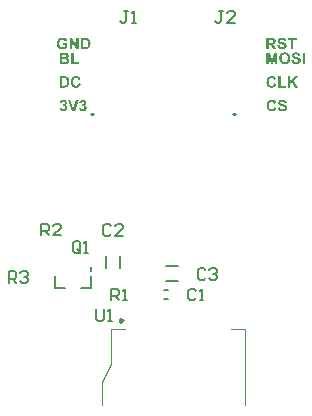
<source format=gto>
G04*
G04 #@! TF.GenerationSoftware,Altium Limited,Altium Designer,23.1.1 (15)*
G04*
G04 Layer_Color=65535*
%FSLAX25Y25*%
%MOIN*%
G70*
G04*
G04 #@! TF.SameCoordinates,F6A7181F-DDE4-4A95-89CB-3D27ECFAE574*
G04*
G04*
G04 #@! TF.FilePolarity,Positive*
G04*
G01*
G75*
%ADD10C,0.01000*%
%ADD11C,0.00984*%
%ADD12C,0.00787*%
%ADD13C,0.00394*%
G36*
X-34771Y45915D02*
X-32876D01*
Y45276D01*
X-35536D01*
Y49028D01*
X-34771D01*
Y45915D01*
D02*
G37*
G36*
X-37707Y49054D02*
X-37609D01*
X-37501Y49048D01*
X-37389Y49041D01*
X-37337Y49038D01*
X-37284Y49031D01*
X-37235Y49025D01*
X-37192Y49018D01*
X-37189D01*
X-37182Y49015D01*
X-37169D01*
X-37156Y49011D01*
X-37136Y49005D01*
X-37113Y49002D01*
X-37058Y48985D01*
X-36999Y48962D01*
X-36930Y48936D01*
X-36861Y48903D01*
X-36795Y48861D01*
X-36792D01*
X-36789Y48854D01*
X-36779Y48847D01*
X-36766Y48838D01*
X-36733Y48811D01*
X-36694Y48779D01*
X-36648Y48733D01*
X-36599Y48677D01*
X-36553Y48615D01*
X-36507Y48546D01*
Y48542D01*
X-36500Y48536D01*
X-36497Y48526D01*
X-36487Y48513D01*
X-36480Y48493D01*
X-36471Y48470D01*
X-36457Y48444D01*
X-36448Y48418D01*
X-36425Y48352D01*
X-36408Y48277D01*
X-36395Y48195D01*
X-36389Y48106D01*
Y48103D01*
Y48093D01*
Y48080D01*
X-36392Y48060D01*
Y48037D01*
X-36395Y48011D01*
X-36402Y47978D01*
X-36405Y47945D01*
X-36425Y47870D01*
X-36451Y47788D01*
X-36484Y47703D01*
X-36507Y47660D01*
X-36533Y47618D01*
Y47614D01*
X-36539Y47608D01*
X-36546Y47598D01*
X-36559Y47581D01*
X-36592Y47542D01*
X-36635Y47493D01*
X-36690Y47437D01*
X-36756Y47385D01*
X-36831Y47332D01*
X-36920Y47286D01*
X-36917D01*
X-36904Y47283D01*
X-36887Y47276D01*
X-36864Y47267D01*
X-36835Y47257D01*
X-36799Y47240D01*
X-36762Y47224D01*
X-36723Y47204D01*
X-36638Y47158D01*
X-36549Y47099D01*
X-36464Y47027D01*
X-36425Y46984D01*
X-36389Y46942D01*
X-36385Y46938D01*
X-36382Y46932D01*
X-36372Y46919D01*
X-36359Y46899D01*
X-36346Y46876D01*
X-36329Y46847D01*
X-36313Y46817D01*
X-36293Y46781D01*
X-36277Y46738D01*
X-36261Y46696D01*
X-36244Y46650D01*
X-36231Y46597D01*
X-36218Y46545D01*
X-36208Y46489D01*
X-36205Y46430D01*
X-36202Y46371D01*
Y46368D01*
Y46358D01*
Y46345D01*
X-36205Y46328D01*
Y46302D01*
X-36208Y46276D01*
X-36211Y46246D01*
X-36218Y46210D01*
X-36231Y46135D01*
X-36254Y46050D01*
X-36284Y45961D01*
X-36323Y45869D01*
Y45866D01*
X-36329Y45859D01*
X-36336Y45846D01*
X-36346Y45830D01*
X-36356Y45807D01*
X-36372Y45784D01*
X-36408Y45728D01*
X-36457Y45666D01*
X-36513Y45604D01*
X-36579Y45538D01*
X-36651Y45479D01*
X-36654D01*
X-36661Y45472D01*
X-36671Y45466D01*
X-36687Y45456D01*
X-36707Y45443D01*
X-36733Y45433D01*
X-36759Y45417D01*
X-36792Y45404D01*
X-36828Y45387D01*
X-36867Y45371D01*
X-36953Y45341D01*
X-37054Y45318D01*
X-37163Y45299D01*
X-37172D01*
X-37186Y45295D01*
X-37228D01*
X-37261Y45292D01*
X-37300D01*
X-37350Y45289D01*
X-37405Y45285D01*
X-37471D01*
X-37546Y45282D01*
X-37632D01*
X-37727Y45279D01*
X-37835D01*
X-37953Y45276D01*
X-39370D01*
Y49057D01*
X-37750D01*
X-37707Y49054D01*
D02*
G37*
G36*
X-34460Y29593D02*
X-35280D01*
X-36631Y33375D01*
X-35805D01*
X-34847Y30577D01*
X-33922Y33375D01*
X-33109D01*
X-34460Y29593D01*
D02*
G37*
G36*
X-31633Y33388D02*
X-31596Y33385D01*
X-31551Y33382D01*
X-31498Y33375D01*
X-31439Y33362D01*
X-31377Y33349D01*
X-31311Y33332D01*
X-31242Y33309D01*
X-31170Y33280D01*
X-31098Y33247D01*
X-31026Y33208D01*
X-30957Y33162D01*
X-30891Y33109D01*
X-30829Y33050D01*
X-30826Y33047D01*
X-30816Y33037D01*
X-30803Y33021D01*
X-30786Y33001D01*
X-30767Y32975D01*
X-30744Y32942D01*
X-30721Y32906D01*
X-30694Y32867D01*
X-30668Y32824D01*
X-30645Y32775D01*
X-30622Y32722D01*
X-30603Y32667D01*
X-30586Y32607D01*
X-30570Y32548D01*
X-30563Y32486D01*
X-30560Y32421D01*
Y32414D01*
Y32398D01*
X-30563Y32371D01*
X-30570Y32339D01*
X-30576Y32296D01*
X-30590Y32247D01*
X-30606Y32194D01*
X-30629Y32135D01*
X-30658Y32073D01*
X-30694Y32007D01*
X-30737Y31942D01*
X-30790Y31873D01*
X-30855Y31807D01*
X-30927Y31745D01*
X-31013Y31683D01*
X-31108Y31624D01*
X-31104D01*
X-31095Y31620D01*
X-31075Y31617D01*
X-31055Y31610D01*
X-31026Y31600D01*
X-30996Y31587D01*
X-30960Y31574D01*
X-30921Y31558D01*
X-30839Y31519D01*
X-30796Y31492D01*
X-30753Y31463D01*
X-30708Y31430D01*
X-30668Y31394D01*
X-30626Y31354D01*
X-30590Y31312D01*
X-30586Y31309D01*
X-30580Y31302D01*
X-30570Y31289D01*
X-30560Y31269D01*
X-30544Y31246D01*
X-30527Y31217D01*
X-30511Y31184D01*
X-30491Y31148D01*
X-30471Y31105D01*
X-30455Y31063D01*
X-30439Y31013D01*
X-30422Y30961D01*
X-30412Y30908D01*
X-30403Y30849D01*
X-30396Y30787D01*
X-30393Y30725D01*
Y30718D01*
Y30702D01*
X-30396Y30676D01*
X-30399Y30643D01*
X-30403Y30600D01*
X-30412Y30548D01*
X-30422Y30492D01*
X-30439Y30433D01*
X-30458Y30367D01*
X-30481Y30298D01*
X-30511Y30229D01*
X-30547Y30157D01*
X-30590Y30085D01*
X-30635Y30013D01*
X-30691Y29944D01*
X-30757Y29875D01*
X-30760Y29872D01*
X-30773Y29859D01*
X-30793Y29842D01*
X-30822Y29820D01*
X-30858Y29793D01*
X-30901Y29764D01*
X-30950Y29734D01*
X-31006Y29701D01*
X-31068Y29669D01*
X-31137Y29639D01*
X-31213Y29610D01*
X-31291Y29583D01*
X-31377Y29560D01*
X-31469Y29544D01*
X-31564Y29531D01*
X-31662Y29528D01*
X-31685D01*
X-31711Y29531D01*
X-31747D01*
X-31793Y29537D01*
X-31842Y29544D01*
X-31898Y29550D01*
X-31961Y29564D01*
X-32026Y29580D01*
X-32095Y29600D01*
X-32167Y29623D01*
X-32239Y29652D01*
X-32311Y29685D01*
X-32380Y29724D01*
X-32449Y29767D01*
X-32515Y29820D01*
X-32518Y29823D01*
X-32528Y29833D01*
X-32548Y29849D01*
X-32567Y29872D01*
X-32594Y29901D01*
X-32623Y29938D01*
X-32656Y29980D01*
X-32689Y30026D01*
X-32725Y30079D01*
X-32758Y30138D01*
X-32790Y30203D01*
X-32823Y30272D01*
X-32849Y30344D01*
X-32872Y30423D01*
X-32892Y30505D01*
X-32905Y30594D01*
X-32203Y30679D01*
Y30676D01*
X-32200Y30666D01*
Y30653D01*
X-32197Y30636D01*
X-32190Y30613D01*
X-32184Y30587D01*
X-32167Y30528D01*
X-32144Y30459D01*
X-32115Y30393D01*
X-32075Y30328D01*
X-32026Y30269D01*
X-32023D01*
X-32020Y30262D01*
X-32000Y30246D01*
X-31967Y30223D01*
X-31925Y30200D01*
X-31875Y30174D01*
X-31813Y30151D01*
X-31744Y30134D01*
X-31708Y30131D01*
X-31669Y30128D01*
X-31646D01*
X-31633Y30131D01*
X-31613Y30134D01*
X-31590Y30138D01*
X-31537Y30147D01*
X-31478Y30167D01*
X-31416Y30200D01*
X-31383Y30216D01*
X-31350Y30239D01*
X-31321Y30266D01*
X-31291Y30295D01*
X-31288Y30298D01*
X-31285Y30302D01*
X-31278Y30312D01*
X-31269Y30328D01*
X-31255Y30344D01*
X-31242Y30364D01*
X-31229Y30390D01*
X-31213Y30416D01*
X-31200Y30449D01*
X-31187Y30482D01*
X-31160Y30561D01*
X-31144Y30653D01*
X-31137Y30705D01*
Y30758D01*
Y30761D01*
Y30771D01*
Y30784D01*
X-31141Y30803D01*
Y30826D01*
X-31144Y30853D01*
X-31157Y30915D01*
X-31173Y30984D01*
X-31200Y31056D01*
X-31236Y31125D01*
X-31259Y31158D01*
X-31285Y31190D01*
Y31194D01*
X-31291Y31197D01*
X-31311Y31217D01*
X-31344Y31243D01*
X-31383Y31273D01*
X-31436Y31302D01*
X-31498Y31325D01*
X-31567Y31345D01*
X-31603Y31348D01*
X-31642Y31351D01*
X-31665D01*
X-31695Y31348D01*
X-31734Y31345D01*
X-31783Y31338D01*
X-31839Y31328D01*
X-31901Y31315D01*
X-31970Y31295D01*
X-31892Y31889D01*
X-31842D01*
X-31819Y31892D01*
X-31790D01*
X-31728Y31902D01*
X-31655Y31915D01*
X-31580Y31938D01*
X-31508Y31971D01*
X-31475Y31991D01*
X-31446Y32014D01*
X-31442Y32017D01*
X-31439Y32020D01*
X-31419Y32040D01*
X-31396Y32070D01*
X-31367Y32112D01*
X-31337Y32161D01*
X-31311Y32224D01*
X-31295Y32296D01*
X-31291Y32335D01*
X-31288Y32375D01*
Y32378D01*
Y32384D01*
Y32394D01*
X-31291Y32407D01*
X-31295Y32440D01*
X-31301Y32483D01*
X-31318Y32532D01*
X-31337Y32585D01*
X-31364Y32634D01*
X-31403Y32680D01*
X-31409Y32686D01*
X-31423Y32699D01*
X-31449Y32716D01*
X-31485Y32739D01*
X-31528Y32758D01*
X-31580Y32778D01*
X-31639Y32791D01*
X-31705Y32794D01*
X-31721D01*
X-31734Y32791D01*
X-31770Y32788D01*
X-31813Y32778D01*
X-31865Y32762D01*
X-31918Y32739D01*
X-31970Y32706D01*
X-32023Y32663D01*
X-32029Y32657D01*
X-32043Y32640D01*
X-32065Y32611D01*
X-32092Y32568D01*
X-32118Y32516D01*
X-32144Y32450D01*
X-32167Y32375D01*
X-32180Y32289D01*
X-32849Y32401D01*
Y32404D01*
X-32846Y32417D01*
X-32843Y32434D01*
X-32836Y32457D01*
X-32830Y32486D01*
X-32820Y32522D01*
X-32810Y32558D01*
X-32797Y32598D01*
X-32767Y32686D01*
X-32731Y32778D01*
X-32689Y32867D01*
X-32666Y32909D01*
X-32640Y32949D01*
X-32636Y32952D01*
X-32633Y32958D01*
X-32623Y32968D01*
X-32613Y32981D01*
X-32581Y33021D01*
X-32538Y33067D01*
X-32482Y33119D01*
X-32416Y33172D01*
X-32338Y33224D01*
X-32249Y33273D01*
X-32246D01*
X-32236Y33280D01*
X-32223Y33283D01*
X-32203Y33293D01*
X-32180Y33300D01*
X-32154Y33309D01*
X-32121Y33323D01*
X-32085Y33332D01*
X-32043Y33342D01*
X-32000Y33355D01*
X-31905Y33372D01*
X-31800Y33385D01*
X-31685Y33391D01*
X-31662D01*
X-31633Y33388D01*
D02*
G37*
G36*
X-38097D02*
X-38061Y33385D01*
X-38015Y33382D01*
X-37963Y33375D01*
X-37904Y33362D01*
X-37842Y33349D01*
X-37776Y33332D01*
X-37707Y33309D01*
X-37635Y33280D01*
X-37563Y33247D01*
X-37491Y33208D01*
X-37422Y33162D01*
X-37356Y33109D01*
X-37294Y33050D01*
X-37291Y33047D01*
X-37281Y33037D01*
X-37268Y33021D01*
X-37251Y33001D01*
X-37231Y32975D01*
X-37209Y32942D01*
X-37186Y32906D01*
X-37159Y32867D01*
X-37133Y32824D01*
X-37110Y32775D01*
X-37087Y32722D01*
X-37067Y32667D01*
X-37051Y32607D01*
X-37035Y32548D01*
X-37028Y32486D01*
X-37025Y32421D01*
Y32414D01*
Y32398D01*
X-37028Y32371D01*
X-37035Y32339D01*
X-37041Y32296D01*
X-37054Y32247D01*
X-37071Y32194D01*
X-37094Y32135D01*
X-37123Y32073D01*
X-37159Y32007D01*
X-37202Y31942D01*
X-37255Y31873D01*
X-37320Y31807D01*
X-37392Y31745D01*
X-37477Y31683D01*
X-37573Y31624D01*
X-37569D01*
X-37560Y31620D01*
X-37540Y31617D01*
X-37520Y31610D01*
X-37491Y31600D01*
X-37461Y31587D01*
X-37425Y31574D01*
X-37386Y31558D01*
X-37304Y31519D01*
X-37261Y31492D01*
X-37218Y31463D01*
X-37172Y31430D01*
X-37133Y31394D01*
X-37091Y31354D01*
X-37054Y31312D01*
X-37051Y31309D01*
X-37045Y31302D01*
X-37035Y31289D01*
X-37025Y31269D01*
X-37009Y31246D01*
X-36992Y31217D01*
X-36976Y31184D01*
X-36956Y31148D01*
X-36936Y31105D01*
X-36920Y31063D01*
X-36904Y31013D01*
X-36887Y30961D01*
X-36877Y30908D01*
X-36867Y30849D01*
X-36861Y30787D01*
X-36858Y30725D01*
Y30718D01*
Y30702D01*
X-36861Y30676D01*
X-36864Y30643D01*
X-36867Y30600D01*
X-36877Y30548D01*
X-36887Y30492D01*
X-36904Y30433D01*
X-36923Y30367D01*
X-36946Y30298D01*
X-36976Y30229D01*
X-37012Y30157D01*
X-37054Y30085D01*
X-37100Y30013D01*
X-37156Y29944D01*
X-37222Y29875D01*
X-37225Y29872D01*
X-37238Y29859D01*
X-37258Y29842D01*
X-37287Y29820D01*
X-37323Y29793D01*
X-37366Y29764D01*
X-37415Y29734D01*
X-37471Y29701D01*
X-37533Y29669D01*
X-37602Y29639D01*
X-37678Y29610D01*
X-37756Y29583D01*
X-37842Y29560D01*
X-37933Y29544D01*
X-38029Y29531D01*
X-38127Y29528D01*
X-38150D01*
X-38176Y29531D01*
X-38212D01*
X-38258Y29537D01*
X-38307Y29544D01*
X-38363Y29550D01*
X-38425Y29564D01*
X-38491Y29580D01*
X-38560Y29600D01*
X-38632Y29623D01*
X-38704Y29652D01*
X-38776Y29685D01*
X-38845Y29724D01*
X-38914Y29767D01*
X-38980Y29820D01*
X-38983Y29823D01*
X-38993Y29833D01*
X-39013Y29849D01*
X-39032Y29872D01*
X-39059Y29901D01*
X-39088Y29938D01*
X-39121Y29980D01*
X-39154Y30026D01*
X-39190Y30079D01*
X-39222Y30138D01*
X-39255Y30203D01*
X-39288Y30272D01*
X-39314Y30344D01*
X-39337Y30423D01*
X-39357Y30505D01*
X-39370Y30594D01*
X-38668Y30679D01*
Y30676D01*
X-38665Y30666D01*
Y30653D01*
X-38662Y30636D01*
X-38655Y30613D01*
X-38649Y30587D01*
X-38632Y30528D01*
X-38609Y30459D01*
X-38580Y30393D01*
X-38540Y30328D01*
X-38491Y30269D01*
X-38488D01*
X-38484Y30262D01*
X-38465Y30246D01*
X-38432Y30223D01*
X-38389Y30200D01*
X-38340Y30174D01*
X-38278Y30151D01*
X-38209Y30134D01*
X-38173Y30131D01*
X-38133Y30128D01*
X-38111D01*
X-38097Y30131D01*
X-38078Y30134D01*
X-38055Y30138D01*
X-38002Y30147D01*
X-37943Y30167D01*
X-37881Y30200D01*
X-37848Y30216D01*
X-37815Y30239D01*
X-37786Y30266D01*
X-37756Y30295D01*
X-37753Y30298D01*
X-37750Y30302D01*
X-37743Y30312D01*
X-37733Y30328D01*
X-37720Y30344D01*
X-37707Y30364D01*
X-37694Y30390D01*
X-37678Y30416D01*
X-37664Y30449D01*
X-37651Y30482D01*
X-37625Y30561D01*
X-37609Y30653D01*
X-37602Y30705D01*
Y30758D01*
Y30761D01*
Y30771D01*
Y30784D01*
X-37605Y30803D01*
Y30826D01*
X-37609Y30853D01*
X-37622Y30915D01*
X-37638Y30984D01*
X-37664Y31056D01*
X-37701Y31125D01*
X-37723Y31158D01*
X-37750Y31190D01*
Y31194D01*
X-37756Y31197D01*
X-37776Y31217D01*
X-37809Y31243D01*
X-37848Y31273D01*
X-37901Y31302D01*
X-37963Y31325D01*
X-38032Y31345D01*
X-38068Y31348D01*
X-38107Y31351D01*
X-38130D01*
X-38160Y31348D01*
X-38199Y31345D01*
X-38248Y31338D01*
X-38304Y31328D01*
X-38366Y31315D01*
X-38435Y31295D01*
X-38357Y31889D01*
X-38307D01*
X-38284Y31892D01*
X-38255D01*
X-38193Y31902D01*
X-38120Y31915D01*
X-38045Y31938D01*
X-37973Y31971D01*
X-37940Y31991D01*
X-37911Y32014D01*
X-37907Y32017D01*
X-37904Y32020D01*
X-37884Y32040D01*
X-37861Y32070D01*
X-37832Y32112D01*
X-37802Y32161D01*
X-37776Y32224D01*
X-37760Y32296D01*
X-37756Y32335D01*
X-37753Y32375D01*
Y32378D01*
Y32384D01*
Y32394D01*
X-37756Y32407D01*
X-37760Y32440D01*
X-37766Y32483D01*
X-37783Y32532D01*
X-37802Y32585D01*
X-37828Y32634D01*
X-37868Y32680D01*
X-37874Y32686D01*
X-37887Y32699D01*
X-37914Y32716D01*
X-37950Y32739D01*
X-37993Y32758D01*
X-38045Y32778D01*
X-38104Y32791D01*
X-38170Y32794D01*
X-38186D01*
X-38199Y32791D01*
X-38235Y32788D01*
X-38278Y32778D01*
X-38330Y32762D01*
X-38383Y32739D01*
X-38435Y32706D01*
X-38488Y32663D01*
X-38494Y32657D01*
X-38507Y32640D01*
X-38530Y32611D01*
X-38557Y32568D01*
X-38583Y32516D01*
X-38609Y32450D01*
X-38632Y32375D01*
X-38645Y32289D01*
X-39314Y32401D01*
Y32404D01*
X-39311Y32417D01*
X-39308Y32434D01*
X-39301Y32457D01*
X-39295Y32486D01*
X-39285Y32522D01*
X-39275Y32558D01*
X-39262Y32598D01*
X-39232Y32686D01*
X-39196Y32778D01*
X-39154Y32867D01*
X-39131Y32909D01*
X-39104Y32949D01*
X-39101Y32952D01*
X-39098Y32958D01*
X-39088Y32968D01*
X-39078Y32981D01*
X-39045Y33021D01*
X-39003Y33067D01*
X-38947Y33119D01*
X-38881Y33172D01*
X-38803Y33224D01*
X-38714Y33273D01*
X-38711D01*
X-38701Y33280D01*
X-38688Y33283D01*
X-38668Y33293D01*
X-38645Y33300D01*
X-38619Y33309D01*
X-38586Y33323D01*
X-38550Y33332D01*
X-38507Y33342D01*
X-38465Y33355D01*
X-38370Y33372D01*
X-38265Y33385D01*
X-38150Y33391D01*
X-38127D01*
X-38097Y33388D01*
D02*
G37*
G36*
X-33853Y41311D02*
X-33804Y41308D01*
X-33745Y41302D01*
X-33676Y41292D01*
X-33601Y41278D01*
X-33519Y41262D01*
X-33430Y41243D01*
X-33338Y41213D01*
X-33246Y41180D01*
X-33151Y41141D01*
X-33056Y41092D01*
X-32964Y41039D01*
X-32876Y40973D01*
X-32790Y40901D01*
X-32787Y40898D01*
X-32781Y40892D01*
X-32767Y40875D01*
X-32748Y40855D01*
X-32728Y40832D01*
X-32702Y40800D01*
X-32676Y40764D01*
X-32646Y40724D01*
X-32617Y40678D01*
X-32584Y40626D01*
X-32551Y40567D01*
X-32518Y40505D01*
X-32489Y40439D01*
X-32459Y40367D01*
X-32430Y40288D01*
X-32403Y40206D01*
X-33158Y40026D01*
Y40029D01*
X-33161Y40039D01*
X-33164Y40055D01*
X-33171Y40075D01*
X-33181Y40098D01*
X-33191Y40127D01*
X-33220Y40193D01*
X-33256Y40268D01*
X-33305Y40344D01*
X-33368Y40419D01*
X-33400Y40455D01*
X-33440Y40488D01*
X-33443Y40491D01*
X-33450Y40495D01*
X-33463Y40505D01*
X-33479Y40514D01*
X-33499Y40527D01*
X-33522Y40544D01*
X-33551Y40560D01*
X-33584Y40577D01*
X-33620Y40590D01*
X-33660Y40606D01*
X-33748Y40636D01*
X-33847Y40655D01*
X-33902Y40659D01*
X-33958Y40662D01*
X-33978D01*
X-33997Y40659D01*
X-34027D01*
X-34063Y40652D01*
X-34106Y40646D01*
X-34152Y40636D01*
X-34201Y40622D01*
X-34253Y40606D01*
X-34309Y40587D01*
X-34365Y40563D01*
X-34424Y40534D01*
X-34480Y40498D01*
X-34535Y40459D01*
X-34588Y40409D01*
X-34640Y40357D01*
X-34644Y40354D01*
X-34650Y40344D01*
X-34663Y40324D01*
X-34680Y40298D01*
X-34699Y40265D01*
X-34722Y40226D01*
X-34745Y40176D01*
X-34768Y40121D01*
X-34795Y40058D01*
X-34817Y39986D01*
X-34840Y39904D01*
X-34860Y39819D01*
X-34876Y39720D01*
X-34890Y39616D01*
X-34896Y39501D01*
X-34899Y39379D01*
Y39376D01*
Y39373D01*
Y39363D01*
Y39347D01*
Y39330D01*
X-34896Y39311D01*
Y39261D01*
X-34893Y39202D01*
X-34886Y39137D01*
X-34876Y39061D01*
X-34867Y38982D01*
X-34854Y38901D01*
X-34837Y38815D01*
X-34817Y38730D01*
X-34791Y38645D01*
X-34762Y38563D01*
X-34729Y38487D01*
X-34690Y38418D01*
X-34644Y38356D01*
X-34640Y38353D01*
X-34631Y38343D01*
X-34617Y38330D01*
X-34598Y38310D01*
X-34571Y38287D01*
X-34539Y38261D01*
X-34503Y38235D01*
X-34463Y38205D01*
X-34417Y38176D01*
X-34365Y38149D01*
X-34312Y38123D01*
X-34253Y38100D01*
X-34188Y38084D01*
X-34122Y38067D01*
X-34050Y38058D01*
X-33974Y38054D01*
X-33945D01*
X-33922Y38058D01*
X-33896Y38061D01*
X-33866Y38064D01*
X-33833Y38071D01*
X-33794Y38077D01*
X-33712Y38100D01*
X-33669Y38117D01*
X-33627Y38136D01*
X-33581Y38159D01*
X-33538Y38186D01*
X-33496Y38215D01*
X-33453Y38248D01*
X-33450Y38251D01*
X-33443Y38258D01*
X-33433Y38267D01*
X-33417Y38284D01*
X-33400Y38307D01*
X-33378Y38330D01*
X-33355Y38363D01*
X-33332Y38395D01*
X-33305Y38438D01*
X-33279Y38481D01*
X-33253Y38533D01*
X-33227Y38586D01*
X-33200Y38648D01*
X-33177Y38714D01*
X-33154Y38783D01*
X-33135Y38858D01*
X-32394Y38622D01*
Y38618D01*
X-32397Y38615D01*
Y38605D01*
X-32400Y38596D01*
X-32413Y38563D01*
X-32426Y38520D01*
X-32446Y38468D01*
X-32469Y38408D01*
X-32495Y38343D01*
X-32528Y38274D01*
X-32564Y38202D01*
X-32607Y38123D01*
X-32653Y38048D01*
X-32705Y37972D01*
X-32761Y37897D01*
X-32823Y37828D01*
X-32889Y37759D01*
X-32961Y37700D01*
X-32964Y37697D01*
X-32981Y37687D01*
X-33000Y37674D01*
X-33033Y37654D01*
X-33073Y37631D01*
X-33118Y37605D01*
X-33174Y37579D01*
X-33237Y37552D01*
X-33305Y37523D01*
X-33381Y37497D01*
X-33463Y37470D01*
X-33551Y37448D01*
X-33647Y37428D01*
X-33748Y37415D01*
X-33853Y37405D01*
X-33965Y37402D01*
X-33997D01*
X-34017Y37405D01*
X-34037D01*
X-34063Y37408D01*
X-34089D01*
X-34155Y37418D01*
X-34230Y37428D01*
X-34312Y37444D01*
X-34401Y37467D01*
X-34499Y37493D01*
X-34598Y37526D01*
X-34703Y37569D01*
X-34804Y37618D01*
X-34909Y37677D01*
X-35011Y37746D01*
X-35109Y37825D01*
X-35204Y37913D01*
X-35211Y37920D01*
X-35224Y37936D01*
X-35250Y37966D01*
X-35280Y38008D01*
X-35316Y38061D01*
X-35355Y38123D01*
X-35401Y38199D01*
X-35444Y38284D01*
X-35490Y38379D01*
X-35533Y38484D01*
X-35575Y38599D01*
X-35611Y38727D01*
X-35641Y38861D01*
X-35667Y39006D01*
X-35680Y39160D01*
X-35687Y39324D01*
Y39327D01*
Y39334D01*
Y39347D01*
Y39366D01*
X-35683Y39389D01*
Y39415D01*
X-35680Y39445D01*
Y39481D01*
X-35677Y39517D01*
X-35670Y39560D01*
X-35660Y39652D01*
X-35647Y39750D01*
X-35624Y39862D01*
X-35601Y39976D01*
X-35569Y40098D01*
X-35529Y40219D01*
X-35483Y40340D01*
X-35427Y40462D01*
X-35362Y40577D01*
X-35287Y40688D01*
X-35201Y40790D01*
X-35195Y40796D01*
X-35178Y40813D01*
X-35152Y40839D01*
X-35113Y40872D01*
X-35063Y40911D01*
X-35004Y40957D01*
X-34936Y41003D01*
X-34857Y41052D01*
X-34771Y41101D01*
X-34673Y41147D01*
X-34568Y41193D01*
X-34453Y41233D01*
X-34332Y41265D01*
X-34201Y41292D01*
X-34063Y41308D01*
X-33919Y41315D01*
X-33873D01*
X-33853Y41311D01*
D02*
G37*
G36*
X-37858Y41246D02*
X-37812D01*
X-37763Y41243D01*
X-37707Y41239D01*
X-37592Y41229D01*
X-37471Y41216D01*
X-37356Y41200D01*
X-37304Y41187D01*
X-37255Y41174D01*
X-37251D01*
X-37238Y41170D01*
X-37222Y41164D01*
X-37199Y41154D01*
X-37169Y41144D01*
X-37136Y41131D01*
X-37100Y41115D01*
X-37058Y41095D01*
X-36969Y41046D01*
X-36923Y41019D01*
X-36874Y40987D01*
X-36828Y40951D01*
X-36779Y40914D01*
X-36733Y40872D01*
X-36687Y40826D01*
X-36684Y40823D01*
X-36677Y40816D01*
X-36664Y40800D01*
X-36648Y40780D01*
X-36628Y40757D01*
X-36605Y40727D01*
X-36579Y40695D01*
X-36553Y40655D01*
X-36523Y40613D01*
X-36494Y40567D01*
X-36464Y40518D01*
X-36431Y40462D01*
X-36402Y40406D01*
X-36375Y40344D01*
X-36323Y40213D01*
Y40209D01*
X-36316Y40196D01*
X-36310Y40176D01*
X-36303Y40147D01*
X-36293Y40114D01*
X-36284Y40071D01*
X-36274Y40022D01*
X-36261Y39966D01*
X-36248Y39904D01*
X-36238Y39835D01*
X-36228Y39763D01*
X-36218Y39684D01*
X-36208Y39599D01*
X-36205Y39511D01*
X-36198Y39419D01*
Y39320D01*
Y39314D01*
Y39301D01*
Y39274D01*
X-36202Y39242D01*
Y39202D01*
X-36205Y39156D01*
X-36208Y39104D01*
X-36211Y39045D01*
X-36218Y38982D01*
X-36228Y38920D01*
X-36248Y38786D01*
X-36277Y38648D01*
X-36316Y38517D01*
Y38513D01*
X-36323Y38497D01*
X-36329Y38477D01*
X-36343Y38448D01*
X-36356Y38412D01*
X-36375Y38372D01*
X-36395Y38326D01*
X-36418Y38277D01*
X-36477Y38172D01*
X-36546Y38061D01*
X-36628Y37949D01*
X-36671Y37897D01*
X-36720Y37848D01*
X-36723Y37844D01*
X-36730Y37838D01*
X-36740Y37828D01*
X-36756Y37815D01*
X-36776Y37799D01*
X-36802Y37782D01*
X-36828Y37759D01*
X-36861Y37736D01*
X-36897Y37713D01*
X-36940Y37690D01*
X-36982Y37664D01*
X-37031Y37638D01*
X-37084Y37615D01*
X-37136Y37589D01*
X-37195Y37569D01*
X-37258Y37546D01*
X-37261D01*
X-37271Y37543D01*
X-37284Y37539D01*
X-37304Y37533D01*
X-37330Y37526D01*
X-37359Y37520D01*
X-37396Y37513D01*
X-37438Y37506D01*
X-37484Y37500D01*
X-37533Y37493D01*
X-37589Y37487D01*
X-37648Y37480D01*
X-37714Y37474D01*
X-37783Y37470D01*
X-37855Y37467D01*
X-39370D01*
Y41249D01*
X-37897D01*
X-37858Y41246D01*
D02*
G37*
G36*
X-38409Y54107D02*
X-38360D01*
X-38301Y54100D01*
X-38235Y54093D01*
X-38157Y54084D01*
X-38075Y54074D01*
X-37989Y54057D01*
X-37901Y54038D01*
X-37809Y54011D01*
X-37717Y53985D01*
X-37625Y53949D01*
X-37540Y53910D01*
X-37458Y53864D01*
X-37379Y53811D01*
X-37376Y53808D01*
X-37363Y53798D01*
X-37343Y53782D01*
X-37317Y53759D01*
X-37284Y53726D01*
X-37248Y53690D01*
X-37209Y53647D01*
X-37166Y53598D01*
X-37124Y53546D01*
X-37081Y53483D01*
X-37038Y53418D01*
X-36996Y53342D01*
X-36956Y53267D01*
X-36924Y53182D01*
X-36891Y53093D01*
X-36868Y52998D01*
X-37625Y52857D01*
Y52860D01*
X-37629Y52870D01*
X-37635Y52883D01*
X-37642Y52903D01*
X-37652Y52926D01*
X-37661Y52952D01*
X-37694Y53014D01*
X-37734Y53083D01*
X-37786Y53159D01*
X-37852Y53228D01*
X-37927Y53293D01*
X-37930Y53297D01*
X-37937Y53300D01*
X-37950Y53310D01*
X-37966Y53319D01*
X-37989Y53333D01*
X-38012Y53346D01*
X-38045Y53359D01*
X-38078Y53375D01*
X-38117Y53392D01*
X-38157Y53405D01*
X-38203Y53418D01*
X-38252Y53431D01*
X-38360Y53451D01*
X-38416Y53454D01*
X-38478Y53457D01*
X-38501D01*
X-38527Y53454D01*
X-38560D01*
X-38603Y53447D01*
X-38652Y53441D01*
X-38704Y53431D01*
X-38763Y53418D01*
X-38826Y53401D01*
X-38891Y53378D01*
X-38957Y53355D01*
X-39023Y53323D01*
X-39088Y53287D01*
X-39154Y53244D01*
X-39213Y53195D01*
X-39272Y53139D01*
X-39275Y53136D01*
X-39285Y53123D01*
X-39298Y53106D01*
X-39318Y53080D01*
X-39341Y53047D01*
X-39364Y53004D01*
X-39393Y52959D01*
X-39419Y52903D01*
X-39446Y52837D01*
X-39472Y52768D01*
X-39498Y52690D01*
X-39521Y52608D01*
X-39541Y52516D01*
X-39554Y52414D01*
X-39564Y52309D01*
X-39567Y52194D01*
Y52191D01*
Y52188D01*
Y52178D01*
Y52165D01*
X-39564Y52129D01*
Y52083D01*
X-39557Y52027D01*
X-39551Y51965D01*
X-39541Y51893D01*
X-39531Y51817D01*
X-39515Y51735D01*
X-39495Y51653D01*
X-39469Y51568D01*
X-39443Y51486D01*
X-39406Y51404D01*
X-39367Y51325D01*
X-39321Y51250D01*
X-39269Y51184D01*
X-39265Y51181D01*
X-39255Y51171D01*
X-39239Y51155D01*
X-39213Y51132D01*
X-39183Y51105D01*
X-39147Y51079D01*
X-39108Y51050D01*
X-39059Y51017D01*
X-39006Y50987D01*
X-38947Y50955D01*
X-38882Y50928D01*
X-38813Y50902D01*
X-38737Y50879D01*
X-38659Y50863D01*
X-38573Y50853D01*
X-38485Y50850D01*
X-38442D01*
X-38422Y50853D01*
X-38396Y50856D01*
X-38367D01*
X-38334Y50863D01*
X-38262Y50872D01*
X-38183Y50889D01*
X-38094Y50912D01*
X-38006Y50941D01*
X-38003D01*
X-37996Y50945D01*
X-37983Y50951D01*
X-37966Y50958D01*
X-37944Y50968D01*
X-37921Y50977D01*
X-37861Y51007D01*
X-37796Y51040D01*
X-37727Y51079D01*
X-37658Y51122D01*
X-37589Y51171D01*
Y51650D01*
X-38465D01*
Y52289D01*
X-36819D01*
Y50781D01*
X-36822Y50777D01*
X-36828Y50771D01*
X-36845Y50758D01*
X-36864Y50741D01*
X-36887Y50722D01*
X-36920Y50699D01*
X-36956Y50672D01*
X-36996Y50643D01*
X-37045Y50610D01*
X-37094Y50577D01*
X-37153Y50545D01*
X-37215Y50508D01*
X-37284Y50476D01*
X-37356Y50440D01*
X-37435Y50403D01*
X-37517Y50371D01*
X-37524Y50367D01*
X-37537Y50364D01*
X-37563Y50354D01*
X-37596Y50345D01*
X-37635Y50331D01*
X-37684Y50315D01*
X-37740Y50299D01*
X-37802Y50285D01*
X-37868Y50269D01*
X-37940Y50253D01*
X-38016Y50236D01*
X-38094Y50223D01*
X-38262Y50203D01*
X-38347Y50200D01*
X-38436Y50197D01*
X-38462D01*
X-38495Y50200D01*
X-38534D01*
X-38586Y50203D01*
X-38645Y50210D01*
X-38714Y50217D01*
X-38787Y50226D01*
X-38865Y50239D01*
X-38950Y50256D01*
X-39036Y50276D01*
X-39124Y50302D01*
X-39213Y50328D01*
X-39301Y50361D01*
X-39387Y50400D01*
X-39472Y50443D01*
X-39475Y50446D01*
X-39492Y50456D01*
X-39515Y50469D01*
X-39544Y50489D01*
X-39580Y50515D01*
X-39623Y50548D01*
X-39669Y50584D01*
X-39718Y50626D01*
X-39774Y50672D01*
X-39826Y50725D01*
X-39882Y50784D01*
X-39938Y50850D01*
X-39990Y50919D01*
X-40043Y50991D01*
X-40089Y51069D01*
X-40135Y51155D01*
X-40138Y51161D01*
X-40144Y51174D01*
X-40154Y51200D01*
X-40167Y51237D01*
X-40187Y51279D01*
X-40203Y51332D01*
X-40223Y51391D01*
X-40243Y51456D01*
X-40266Y51529D01*
X-40285Y51607D01*
X-40302Y51689D01*
X-40318Y51778D01*
X-40335Y51870D01*
X-40345Y51965D01*
X-40351Y52063D01*
X-40354Y52165D01*
Y52168D01*
Y52171D01*
Y52191D01*
X-40351Y52224D01*
Y52263D01*
X-40348Y52316D01*
X-40341Y52375D01*
X-40335Y52444D01*
X-40325Y52519D01*
X-40312Y52598D01*
X-40295Y52680D01*
X-40276Y52768D01*
X-40249Y52857D01*
X-40223Y52949D01*
X-40190Y53037D01*
X-40151Y53126D01*
X-40108Y53214D01*
X-40105Y53221D01*
X-40095Y53234D01*
X-40082Y53257D01*
X-40062Y53290D01*
X-40036Y53329D01*
X-40007Y53372D01*
X-39967Y53421D01*
X-39925Y53474D01*
X-39876Y53529D01*
X-39823Y53588D01*
X-39764Y53647D01*
X-39698Y53706D01*
X-39630Y53762D01*
X-39551Y53818D01*
X-39472Y53870D01*
X-39383Y53920D01*
X-39380Y53923D01*
X-39367Y53930D01*
X-39347Y53936D01*
X-39318Y53949D01*
X-39282Y53962D01*
X-39239Y53979D01*
X-39190Y53998D01*
X-39134Y54015D01*
X-39072Y54031D01*
X-39003Y54051D01*
X-38928Y54067D01*
X-38849Y54080D01*
X-38763Y54093D01*
X-38672Y54103D01*
X-38577Y54107D01*
X-38478Y54110D01*
X-38429D01*
X-38409Y54107D01*
D02*
G37*
G36*
X-33105Y50262D02*
X-33873D01*
X-35395Y52732D01*
Y50262D01*
X-36103D01*
Y54044D01*
X-35362D01*
X-33814Y51515D01*
Y54044D01*
X-33105D01*
Y50262D01*
D02*
G37*
G36*
X-30790Y54041D02*
X-30744D01*
X-30695Y54038D01*
X-30639Y54035D01*
X-30524Y54025D01*
X-30403Y54011D01*
X-30288Y53995D01*
X-30235Y53982D01*
X-30186Y53969D01*
X-30183D01*
X-30170Y53966D01*
X-30154Y53959D01*
X-30131Y53949D01*
X-30101Y53939D01*
X-30068Y53926D01*
X-30032Y53910D01*
X-29989Y53890D01*
X-29901Y53841D01*
X-29855Y53815D01*
X-29806Y53782D01*
X-29760Y53746D01*
X-29711Y53710D01*
X-29665Y53667D01*
X-29619Y53621D01*
X-29616Y53618D01*
X-29609Y53611D01*
X-29596Y53595D01*
X-29579Y53575D01*
X-29560Y53552D01*
X-29537Y53523D01*
X-29511Y53490D01*
X-29484Y53451D01*
X-29455Y53408D01*
X-29425Y53362D01*
X-29396Y53313D01*
X-29363Y53257D01*
X-29333Y53201D01*
X-29307Y53139D01*
X-29255Y53008D01*
Y53004D01*
X-29248Y52991D01*
X-29242Y52972D01*
X-29235Y52942D01*
X-29225Y52909D01*
X-29215Y52867D01*
X-29206Y52818D01*
X-29193Y52762D01*
X-29179Y52700D01*
X-29169Y52631D01*
X-29160Y52558D01*
X-29150Y52480D01*
X-29140Y52394D01*
X-29137Y52306D01*
X-29130Y52214D01*
Y52116D01*
Y52109D01*
Y52096D01*
Y52070D01*
X-29133Y52037D01*
Y51998D01*
X-29137Y51952D01*
X-29140Y51899D01*
X-29143Y51840D01*
X-29150Y51778D01*
X-29160Y51715D01*
X-29179Y51581D01*
X-29209Y51443D01*
X-29248Y51312D01*
Y51309D01*
X-29255Y51292D01*
X-29261Y51273D01*
X-29274Y51243D01*
X-29288Y51207D01*
X-29307Y51168D01*
X-29327Y51122D01*
X-29350Y51073D01*
X-29409Y50968D01*
X-29478Y50856D01*
X-29560Y50745D01*
X-29603Y50692D01*
X-29652Y50643D01*
X-29655Y50640D01*
X-29662Y50633D01*
X-29671Y50623D01*
X-29688Y50610D01*
X-29708Y50594D01*
X-29734Y50577D01*
X-29760Y50554D01*
X-29793Y50531D01*
X-29829Y50508D01*
X-29871Y50485D01*
X-29914Y50459D01*
X-29963Y50433D01*
X-30016Y50410D01*
X-30068Y50384D01*
X-30127Y50364D01*
X-30190Y50341D01*
X-30193D01*
X-30203Y50338D01*
X-30216Y50335D01*
X-30235Y50328D01*
X-30262Y50322D01*
X-30291Y50315D01*
X-30327Y50308D01*
X-30370Y50302D01*
X-30416Y50295D01*
X-30465Y50289D01*
X-30521Y50282D01*
X-30580Y50276D01*
X-30645Y50269D01*
X-30714Y50266D01*
X-30787Y50262D01*
X-32302D01*
Y54044D01*
X-30829D01*
X-30790Y54041D01*
D02*
G37*
G36*
X34730Y54107D02*
X34779D01*
X34838Y54100D01*
X34907Y54093D01*
X34982Y54084D01*
X35064Y54071D01*
X35149Y54054D01*
X35238Y54035D01*
X35327Y54008D01*
X35415Y53979D01*
X35500Y53943D01*
X35586Y53900D01*
X35661Y53851D01*
X35733Y53795D01*
X35737Y53792D01*
X35750Y53782D01*
X35766Y53762D01*
X35789Y53739D01*
X35819Y53706D01*
X35848Y53670D01*
X35881Y53624D01*
X35917Y53575D01*
X35950Y53516D01*
X35986Y53454D01*
X36015Y53385D01*
X36045Y53313D01*
X36071Y53234D01*
X36091Y53149D01*
X36107Y53057D01*
X36114Y52962D01*
X35350Y52929D01*
Y52932D01*
X35346Y52942D01*
X35343Y52959D01*
X35340Y52978D01*
X35333Y53001D01*
X35327Y53027D01*
X35304Y53090D01*
X35277Y53159D01*
X35238Y53231D01*
X35192Y53293D01*
X35166Y53323D01*
X35136Y53349D01*
X35133D01*
X35130Y53355D01*
X35120Y53362D01*
X35107Y53369D01*
X35090Y53378D01*
X35067Y53388D01*
X35045Y53401D01*
X35015Y53414D01*
X34986Y53424D01*
X34949Y53438D01*
X34910Y53447D01*
X34864Y53457D01*
X34818Y53464D01*
X34766Y53470D01*
X34713Y53477D01*
X34621D01*
X34598Y53474D01*
X34572D01*
X34539Y53470D01*
X34503Y53467D01*
X34464Y53461D01*
X34382Y53444D01*
X34293Y53418D01*
X34211Y53385D01*
X34169Y53362D01*
X34133Y53339D01*
X34126Y53336D01*
X34113Y53323D01*
X34097Y53303D01*
X34074Y53277D01*
X34051Y53244D01*
X34034Y53201D01*
X34021Y53155D01*
X34015Y53103D01*
Y53096D01*
X34018Y53080D01*
X34021Y53057D01*
X34028Y53024D01*
X34041Y52988D01*
X34060Y52949D01*
X34090Y52909D01*
X34126Y52873D01*
X34129D01*
X34133Y52867D01*
X34143Y52860D01*
X34159Y52854D01*
X34175Y52841D01*
X34202Y52827D01*
X34231Y52814D01*
X34267Y52798D01*
X34310Y52778D01*
X34362Y52759D01*
X34418Y52739D01*
X34484Y52716D01*
X34556Y52693D01*
X34638Y52670D01*
X34730Y52644D01*
X34828Y52621D01*
X34835D01*
X34851Y52614D01*
X34881Y52608D01*
X34920Y52598D01*
X34966Y52585D01*
X35018Y52572D01*
X35077Y52555D01*
X35140Y52539D01*
X35274Y52496D01*
X35412Y52450D01*
X35478Y52427D01*
X35540Y52401D01*
X35599Y52375D01*
X35651Y52349D01*
X35655D01*
X35664Y52342D01*
X35678Y52335D01*
X35697Y52322D01*
X35717Y52309D01*
X35743Y52293D01*
X35805Y52247D01*
X35871Y52194D01*
X35943Y52129D01*
X36009Y52050D01*
X36071Y51965D01*
X36074Y51961D01*
X36078Y51955D01*
X36084Y51938D01*
X36094Y51922D01*
X36107Y51899D01*
X36120Y51870D01*
X36134Y51837D01*
X36147Y51797D01*
X36160Y51758D01*
X36173Y51712D01*
X36186Y51663D01*
X36199Y51610D01*
X36209Y51552D01*
X36215Y51492D01*
X36222Y51430D01*
Y51364D01*
Y51361D01*
Y51351D01*
Y51332D01*
X36219Y51309D01*
X36215Y51279D01*
X36212Y51247D01*
X36206Y51207D01*
X36199Y51168D01*
X36189Y51122D01*
X36176Y51073D01*
X36143Y50971D01*
X36124Y50919D01*
X36101Y50863D01*
X36071Y50807D01*
X36038Y50754D01*
X36035Y50751D01*
X36029Y50741D01*
X36019Y50728D01*
X36006Y50709D01*
X35986Y50686D01*
X35963Y50659D01*
X35937Y50630D01*
X35907Y50597D01*
X35871Y50564D01*
X35835Y50528D01*
X35792Y50492D01*
X35746Y50459D01*
X35697Y50423D01*
X35645Y50394D01*
X35586Y50361D01*
X35527Y50335D01*
X35523D01*
X35510Y50328D01*
X35494Y50322D01*
X35468Y50312D01*
X35435Y50302D01*
X35396Y50292D01*
X35353Y50279D01*
X35300Y50266D01*
X35245Y50253D01*
X35182Y50239D01*
X35113Y50230D01*
X35041Y50220D01*
X34966Y50210D01*
X34884Y50203D01*
X34798Y50200D01*
X34707Y50197D01*
X34657D01*
X34638Y50200D01*
X34589Y50203D01*
X34530Y50207D01*
X34461Y50213D01*
X34382Y50223D01*
X34300Y50239D01*
X34211Y50256D01*
X34123Y50279D01*
X34028Y50305D01*
X33936Y50338D01*
X33847Y50374D01*
X33759Y50420D01*
X33677Y50469D01*
X33601Y50528D01*
X33598Y50531D01*
X33585Y50545D01*
X33565Y50564D01*
X33539Y50590D01*
X33509Y50623D01*
X33477Y50666D01*
X33441Y50715D01*
X33401Y50774D01*
X33362Y50836D01*
X33323Y50909D01*
X33283Y50991D01*
X33247Y51076D01*
X33214Y51171D01*
X33185Y51273D01*
X33162Y51381D01*
X33145Y51496D01*
X33890Y51568D01*
Y51565D01*
X33893Y51552D01*
X33896Y51532D01*
X33903Y51506D01*
X33913Y51476D01*
X33923Y51440D01*
X33933Y51401D01*
X33949Y51358D01*
X33985Y51266D01*
X34031Y51178D01*
X34090Y51089D01*
X34123Y51053D01*
X34159Y51017D01*
X34162Y51014D01*
X34169Y51010D01*
X34182Y51000D01*
X34198Y50991D01*
X34218Y50977D01*
X34244Y50961D01*
X34274Y50945D01*
X34306Y50932D01*
X34343Y50915D01*
X34385Y50899D01*
X34431Y50882D01*
X34480Y50869D01*
X34533Y50859D01*
X34589Y50850D01*
X34651Y50846D01*
X34713Y50843D01*
X34749D01*
X34776Y50846D01*
X34805D01*
X34841Y50853D01*
X34881Y50856D01*
X34923Y50863D01*
X35012Y50882D01*
X35104Y50909D01*
X35192Y50948D01*
X35235Y50971D01*
X35271Y50997D01*
X35274Y51000D01*
X35277Y51004D01*
X35287Y51014D01*
X35300Y51027D01*
X35330Y51060D01*
X35366Y51102D01*
X35399Y51155D01*
X35428Y51217D01*
X35441Y51250D01*
X35451Y51286D01*
X35454Y51322D01*
X35458Y51361D01*
Y51368D01*
Y51384D01*
X35454Y51411D01*
X35448Y51440D01*
X35438Y51476D01*
X35425Y51515D01*
X35405Y51555D01*
X35379Y51591D01*
X35376Y51594D01*
X35363Y51607D01*
X35343Y51624D01*
X35317Y51647D01*
X35277Y51673D01*
X35228Y51699D01*
X35172Y51729D01*
X35104Y51755D01*
X35097Y51758D01*
X35087Y51761D01*
X35074Y51765D01*
X35058Y51768D01*
X35035Y51775D01*
X35008Y51784D01*
X34976Y51794D01*
X34940Y51804D01*
X34894Y51814D01*
X34844Y51827D01*
X34789Y51843D01*
X34726Y51860D01*
X34654Y51880D01*
X34576Y51899D01*
X34490Y51919D01*
X34487D01*
X34484Y51922D01*
X34464Y51925D01*
X34431Y51935D01*
X34392Y51945D01*
X34339Y51961D01*
X34284Y51978D01*
X34221Y51998D01*
X34152Y52024D01*
X34011Y52076D01*
X33870Y52142D01*
X33801Y52175D01*
X33739Y52214D01*
X33680Y52253D01*
X33631Y52293D01*
X33628Y52296D01*
X33614Y52306D01*
X33598Y52326D01*
X33575Y52349D01*
X33549Y52378D01*
X33519Y52414D01*
X33490Y52457D01*
X33457Y52506D01*
X33424Y52558D01*
X33395Y52614D01*
X33365Y52680D01*
X33339Y52745D01*
X33316Y52818D01*
X33300Y52893D01*
X33286Y52972D01*
X33283Y53054D01*
Y53057D01*
Y53067D01*
Y53083D01*
X33286Y53103D01*
X33290Y53129D01*
X33293Y53159D01*
X33296Y53192D01*
X33303Y53231D01*
X33323Y53313D01*
X33352Y53401D01*
X33368Y53451D01*
X33391Y53496D01*
X33414Y53546D01*
X33444Y53592D01*
X33447Y53595D01*
X33450Y53601D01*
X33460Y53615D01*
X33473Y53634D01*
X33490Y53654D01*
X33513Y53680D01*
X33536Y53706D01*
X33565Y53736D01*
X33595Y53765D01*
X33631Y53795D01*
X33670Y53828D01*
X33713Y53861D01*
X33759Y53890D01*
X33808Y53923D01*
X33860Y53949D01*
X33916Y53975D01*
X33920D01*
X33929Y53982D01*
X33949Y53988D01*
X33972Y53995D01*
X34001Y54008D01*
X34038Y54018D01*
X34077Y54031D01*
X34126Y54044D01*
X34175Y54054D01*
X34234Y54067D01*
X34293Y54080D01*
X34359Y54090D01*
X34431Y54097D01*
X34503Y54103D01*
X34582Y54110D01*
X34710D01*
X34730Y54107D01*
D02*
G37*
G36*
X39604Y53405D02*
X38485D01*
Y50262D01*
X37721D01*
Y53405D01*
X36599D01*
Y54044D01*
X39604D01*
Y53405D01*
D02*
G37*
G36*
X31282Y54041D02*
X31338Y54038D01*
X31400Y54035D01*
X31469Y54031D01*
X31614Y54018D01*
X31761Y54002D01*
X31830Y53988D01*
X31896Y53975D01*
X31958Y53959D01*
X32014Y53939D01*
X32017D01*
X32027Y53936D01*
X32040Y53930D01*
X32060Y53920D01*
X32083Y53907D01*
X32109Y53893D01*
X32171Y53857D01*
X32243Y53805D01*
X32280Y53775D01*
X32316Y53742D01*
X32352Y53706D01*
X32388Y53667D01*
X32421Y53621D01*
X32453Y53575D01*
X32457Y53572D01*
X32460Y53562D01*
X32470Y53549D01*
X32480Y53529D01*
X32493Y53506D01*
X32506Y53477D01*
X32522Y53441D01*
X32539Y53405D01*
X32552Y53362D01*
X32568Y53316D01*
X32581Y53267D01*
X32594Y53214D01*
X32614Y53103D01*
X32617Y53044D01*
X32621Y52982D01*
Y52978D01*
Y52962D01*
Y52939D01*
X32617Y52909D01*
X32614Y52873D01*
X32607Y52831D01*
X32601Y52785D01*
X32588Y52732D01*
X32575Y52680D01*
X32558Y52621D01*
X32539Y52565D01*
X32516Y52503D01*
X32486Y52444D01*
X32450Y52388D01*
X32414Y52329D01*
X32368Y52276D01*
X32365Y52273D01*
X32355Y52263D01*
X32342Y52250D01*
X32322Y52234D01*
X32296Y52211D01*
X32263Y52184D01*
X32224Y52158D01*
X32181Y52129D01*
X32132Y52099D01*
X32076Y52070D01*
X32017Y52040D01*
X31948Y52014D01*
X31876Y51988D01*
X31797Y51965D01*
X31712Y51945D01*
X31624Y51929D01*
X31627D01*
X31633Y51922D01*
X31646Y51916D01*
X31666Y51902D01*
X31686Y51889D01*
X31709Y51873D01*
X31768Y51834D01*
X31830Y51788D01*
X31899Y51735D01*
X31968Y51673D01*
X32030Y51610D01*
X32034Y51607D01*
X32037Y51604D01*
X32047Y51591D01*
X32060Y51578D01*
X32076Y51558D01*
X32096Y51532D01*
X32119Y51506D01*
X32145Y51469D01*
X32175Y51430D01*
X32207Y51388D01*
X32243Y51335D01*
X32283Y51279D01*
X32325Y51217D01*
X32368Y51151D01*
X32417Y51076D01*
X32466Y50997D01*
X32929Y50262D01*
X32014D01*
X31463Y51086D01*
X31460Y51092D01*
X31450Y51105D01*
X31436Y51128D01*
X31414Y51158D01*
X31391Y51191D01*
X31364Y51230D01*
X31335Y51273D01*
X31302Y51319D01*
X31233Y51414D01*
X31168Y51506D01*
X31138Y51545D01*
X31108Y51584D01*
X31082Y51614D01*
X31059Y51640D01*
X31056Y51647D01*
X31040Y51660D01*
X31020Y51679D01*
X30990Y51702D01*
X30954Y51729D01*
X30918Y51755D01*
X30876Y51778D01*
X30830Y51797D01*
X30823Y51801D01*
X30807Y51804D01*
X30777Y51811D01*
X30738Y51820D01*
X30682Y51827D01*
X30617Y51834D01*
X30538Y51837D01*
X30495Y51840D01*
X30292D01*
Y50262D01*
X29528D01*
Y54044D01*
X31230D01*
X31282Y54041D01*
D02*
G37*
G36*
X39440Y49185D02*
X39489D01*
X39548Y49179D01*
X39617Y49172D01*
X39692Y49162D01*
X39774Y49149D01*
X39860Y49133D01*
X39948Y49113D01*
X40037Y49087D01*
X40125Y49057D01*
X40211Y49021D01*
X40296Y48979D01*
X40371Y48930D01*
X40443Y48874D01*
X40447Y48871D01*
X40460Y48861D01*
X40476Y48841D01*
X40499Y48818D01*
X40529Y48785D01*
X40558Y48749D01*
X40591Y48703D01*
X40627Y48654D01*
X40660Y48595D01*
X40696Y48533D01*
X40725Y48464D01*
X40755Y48392D01*
X40781Y48313D01*
X40801Y48228D01*
X40817Y48136D01*
X40824Y48041D01*
X40060Y48008D01*
Y48011D01*
X40056Y48021D01*
X40053Y48037D01*
X40050Y48057D01*
X40043Y48080D01*
X40037Y48106D01*
X40014Y48169D01*
X39987Y48237D01*
X39948Y48310D01*
X39902Y48372D01*
X39876Y48401D01*
X39846Y48428D01*
X39843D01*
X39840Y48434D01*
X39830Y48441D01*
X39817Y48447D01*
X39801Y48457D01*
X39778Y48467D01*
X39755Y48480D01*
X39725Y48493D01*
X39696Y48503D01*
X39660Y48516D01*
X39620Y48526D01*
X39574Y48536D01*
X39528Y48542D01*
X39476Y48549D01*
X39423Y48556D01*
X39331D01*
X39309Y48552D01*
X39282D01*
X39250Y48549D01*
X39213Y48546D01*
X39174Y48539D01*
X39092Y48523D01*
X39004Y48497D01*
X38921Y48464D01*
X38879Y48441D01*
X38843Y48418D01*
X38836Y48415D01*
X38823Y48401D01*
X38807Y48382D01*
X38784Y48355D01*
X38761Y48323D01*
X38744Y48280D01*
X38731Y48234D01*
X38725Y48182D01*
Y48175D01*
X38728Y48159D01*
X38731Y48136D01*
X38738Y48103D01*
X38751Y48067D01*
X38771Y48028D01*
X38800Y47988D01*
X38836Y47952D01*
X38840D01*
X38843Y47945D01*
X38853Y47939D01*
X38869Y47932D01*
X38885Y47919D01*
X38912Y47906D01*
X38941Y47893D01*
X38977Y47877D01*
X39020Y47857D01*
X39072Y47837D01*
X39128Y47818D01*
X39194Y47795D01*
X39266Y47772D01*
X39348Y47749D01*
X39440Y47723D01*
X39538Y47699D01*
X39545D01*
X39561Y47693D01*
X39591Y47686D01*
X39630Y47677D01*
X39676Y47663D01*
X39728Y47650D01*
X39787Y47634D01*
X39850Y47618D01*
X39984Y47575D01*
X40122Y47529D01*
X40188Y47506D01*
X40250Y47480D01*
X40309Y47453D01*
X40361Y47427D01*
X40365D01*
X40374Y47421D01*
X40388Y47414D01*
X40407Y47401D01*
X40427Y47388D01*
X40453Y47372D01*
X40516Y47326D01*
X40581Y47273D01*
X40653Y47207D01*
X40719Y47129D01*
X40781Y47043D01*
X40784Y47040D01*
X40788Y47034D01*
X40794Y47017D01*
X40804Y47001D01*
X40817Y46978D01*
X40830Y46948D01*
X40844Y46916D01*
X40857Y46876D01*
X40870Y46837D01*
X40883Y46791D01*
X40896Y46742D01*
X40909Y46689D01*
X40919Y46630D01*
X40926Y46571D01*
X40932Y46509D01*
Y46443D01*
Y46440D01*
Y46430D01*
Y46411D01*
X40929Y46387D01*
X40926Y46358D01*
X40922Y46325D01*
X40916Y46286D01*
X40909Y46246D01*
X40899Y46200D01*
X40886Y46151D01*
X40853Y46050D01*
X40834Y45997D01*
X40811Y45941D01*
X40781Y45886D01*
X40748Y45833D01*
X40745Y45830D01*
X40739Y45820D01*
X40729Y45807D01*
X40716Y45787D01*
X40696Y45764D01*
X40673Y45738D01*
X40647Y45709D01*
X40617Y45676D01*
X40581Y45643D01*
X40545Y45607D01*
X40502Y45571D01*
X40457Y45538D01*
X40407Y45502D01*
X40355Y45472D01*
X40296Y45440D01*
X40237Y45413D01*
X40233D01*
X40220Y45407D01*
X40204Y45400D01*
X40178Y45390D01*
X40145Y45380D01*
X40106Y45371D01*
X40063Y45358D01*
X40010Y45344D01*
X39955Y45331D01*
X39892Y45318D01*
X39823Y45308D01*
X39751Y45299D01*
X39676Y45289D01*
X39594Y45282D01*
X39509Y45279D01*
X39417Y45276D01*
X39368D01*
X39348Y45279D01*
X39299Y45282D01*
X39240Y45285D01*
X39171Y45292D01*
X39092Y45302D01*
X39010Y45318D01*
X38921Y45335D01*
X38833Y45358D01*
X38738Y45384D01*
X38646Y45417D01*
X38557Y45453D01*
X38469Y45499D01*
X38387Y45548D01*
X38311Y45607D01*
X38308Y45610D01*
X38295Y45623D01*
X38275Y45643D01*
X38249Y45669D01*
X38220Y45702D01*
X38187Y45745D01*
X38151Y45794D01*
X38111Y45853D01*
X38072Y45915D01*
X38033Y45987D01*
X37993Y46069D01*
X37957Y46155D01*
X37924Y46250D01*
X37895Y46351D01*
X37872Y46460D01*
X37855Y46575D01*
X38600Y46647D01*
Y46643D01*
X38603Y46630D01*
X38607Y46611D01*
X38613Y46584D01*
X38623Y46555D01*
X38633Y46519D01*
X38643Y46479D01*
X38659Y46437D01*
X38695Y46345D01*
X38741Y46256D01*
X38800Y46168D01*
X38833Y46132D01*
X38869Y46096D01*
X38872Y46092D01*
X38879Y46089D01*
X38892Y46079D01*
X38908Y46069D01*
X38928Y46056D01*
X38954Y46040D01*
X38984Y46023D01*
X39017Y46010D01*
X39053Y45994D01*
X39095Y45978D01*
X39141Y45961D01*
X39190Y45948D01*
X39243Y45938D01*
X39299Y45928D01*
X39361Y45925D01*
X39423Y45922D01*
X39459D01*
X39486Y45925D01*
X39515D01*
X39551Y45932D01*
X39591Y45935D01*
X39633Y45941D01*
X39722Y45961D01*
X39814Y45987D01*
X39902Y46027D01*
X39945Y46050D01*
X39981Y46076D01*
X39984Y46079D01*
X39987Y46082D01*
X39997Y46092D01*
X40010Y46105D01*
X40040Y46138D01*
X40076Y46181D01*
X40109Y46233D01*
X40138Y46296D01*
X40152Y46328D01*
X40161Y46365D01*
X40165Y46401D01*
X40168Y46440D01*
Y46447D01*
Y46463D01*
X40165Y46489D01*
X40158Y46519D01*
X40148Y46555D01*
X40135Y46594D01*
X40115Y46633D01*
X40089Y46670D01*
X40086Y46673D01*
X40073Y46686D01*
X40053Y46702D01*
X40027Y46725D01*
X39987Y46752D01*
X39938Y46778D01*
X39882Y46807D01*
X39814Y46834D01*
X39807Y46837D01*
X39797Y46840D01*
X39784Y46843D01*
X39768Y46847D01*
X39745Y46853D01*
X39718Y46863D01*
X39686Y46873D01*
X39650Y46883D01*
X39604Y46893D01*
X39555Y46906D01*
X39499Y46922D01*
X39436Y46938D01*
X39364Y46958D01*
X39286Y46978D01*
X39200Y46998D01*
X39197D01*
X39194Y47001D01*
X39174Y47004D01*
X39141Y47014D01*
X39102Y47024D01*
X39049Y47040D01*
X38994Y47057D01*
X38931Y47076D01*
X38862Y47103D01*
X38721Y47155D01*
X38580Y47221D01*
X38511Y47253D01*
X38449Y47293D01*
X38390Y47332D01*
X38341Y47372D01*
X38338Y47375D01*
X38324Y47385D01*
X38308Y47404D01*
X38285Y47427D01*
X38259Y47457D01*
X38229Y47493D01*
X38200Y47535D01*
X38167Y47585D01*
X38134Y47637D01*
X38105Y47693D01*
X38075Y47759D01*
X38049Y47824D01*
X38026Y47896D01*
X38010Y47972D01*
X37997Y48050D01*
X37993Y48133D01*
Y48136D01*
Y48146D01*
Y48162D01*
X37997Y48182D01*
X38000Y48208D01*
X38003Y48237D01*
X38006Y48270D01*
X38013Y48310D01*
X38033Y48392D01*
X38062Y48480D01*
X38078Y48529D01*
X38102Y48575D01*
X38124Y48625D01*
X38154Y48670D01*
X38157Y48674D01*
X38160Y48680D01*
X38170Y48693D01*
X38184Y48713D01*
X38200Y48733D01*
X38223Y48759D01*
X38246Y48785D01*
X38275Y48815D01*
X38305Y48844D01*
X38341Y48874D01*
X38380Y48906D01*
X38423Y48939D01*
X38469Y48969D01*
X38518Y49002D01*
X38570Y49028D01*
X38626Y49054D01*
X38630D01*
X38639Y49061D01*
X38659Y49067D01*
X38682Y49074D01*
X38712Y49087D01*
X38748Y49097D01*
X38787Y49110D01*
X38836Y49123D01*
X38885Y49133D01*
X38944Y49146D01*
X39004Y49159D01*
X39069Y49169D01*
X39141Y49176D01*
X39213Y49182D01*
X39292Y49189D01*
X39420D01*
X39440Y49185D01*
D02*
G37*
G36*
X33178Y45341D02*
X32470D01*
X32466Y48316D01*
X31719Y45341D01*
X30984D01*
X30236Y48316D01*
Y45341D01*
X29528D01*
Y49123D01*
X30669D01*
X31354Y46542D01*
X32030Y49123D01*
X33178D01*
Y45341D01*
D02*
G37*
G36*
X42316D02*
X41552D01*
Y49123D01*
X42316D01*
Y45341D01*
D02*
G37*
G36*
X35668Y49185D02*
X35694D01*
X35720Y49182D01*
X35750D01*
X35822Y49172D01*
X35904Y49162D01*
X35996Y49146D01*
X36094Y49123D01*
X36199Y49097D01*
X36307Y49061D01*
X36419Y49018D01*
X36530Y48969D01*
X36642Y48910D01*
X36750Y48841D01*
X36852Y48759D01*
X36950Y48667D01*
X36957Y48661D01*
X36973Y48644D01*
X36996Y48615D01*
X37029Y48572D01*
X37068Y48520D01*
X37108Y48454D01*
X37154Y48379D01*
X37203Y48293D01*
X37249Y48195D01*
X37295Y48087D01*
X37337Y47969D01*
X37373Y47841D01*
X37406Y47699D01*
X37429Y47552D01*
X37446Y47391D01*
X37452Y47224D01*
Y47221D01*
Y47214D01*
Y47201D01*
Y47185D01*
X37449Y47162D01*
Y47135D01*
X37446Y47106D01*
Y47073D01*
X37442Y47037D01*
X37436Y46998D01*
X37426Y46906D01*
X37409Y46807D01*
X37390Y46702D01*
X37363Y46588D01*
X37331Y46473D01*
X37291Y46351D01*
X37242Y46233D01*
X37186Y46115D01*
X37117Y46000D01*
X37042Y45892D01*
X36953Y45791D01*
X36947Y45784D01*
X36931Y45768D01*
X36901Y45745D01*
X36862Y45712D01*
X36812Y45673D01*
X36753Y45627D01*
X36681Y45581D01*
X36599Y45535D01*
X36511Y45485D01*
X36409Y45440D01*
X36301Y45394D01*
X36183Y45358D01*
X36055Y45325D01*
X35917Y45299D01*
X35773Y45282D01*
X35622Y45276D01*
X35586D01*
X35566Y45279D01*
X35540D01*
X35514Y45282D01*
X35484D01*
X35412Y45292D01*
X35330Y45302D01*
X35238Y45318D01*
X35140Y45341D01*
X35035Y45367D01*
X34923Y45400D01*
X34812Y45443D01*
X34700Y45492D01*
X34589Y45551D01*
X34480Y45620D01*
X34379Y45699D01*
X34280Y45787D01*
X34274Y45794D01*
X34261Y45810D01*
X34234Y45840D01*
X34202Y45882D01*
X34165Y45935D01*
X34123Y45997D01*
X34080Y46073D01*
X34034Y46158D01*
X33985Y46253D01*
X33942Y46361D01*
X33900Y46476D01*
X33864Y46604D01*
X33831Y46742D01*
X33808Y46886D01*
X33792Y47043D01*
X33785Y47207D01*
Y47211D01*
Y47214D01*
Y47234D01*
Y47263D01*
X33788Y47303D01*
X33792Y47355D01*
X33795Y47411D01*
X33798Y47477D01*
X33808Y47545D01*
X33814Y47621D01*
X33828Y47699D01*
X33857Y47860D01*
X33877Y47942D01*
X33900Y48024D01*
X33926Y48103D01*
X33956Y48178D01*
Y48182D01*
X33962Y48191D01*
X33969Y48208D01*
X33979Y48228D01*
X33992Y48254D01*
X34008Y48283D01*
X34028Y48316D01*
X34047Y48352D01*
X34097Y48431D01*
X34159Y48520D01*
X34228Y48608D01*
X34306Y48697D01*
X34310Y48700D01*
X34316Y48706D01*
X34330Y48720D01*
X34346Y48736D01*
X34366Y48752D01*
X34392Y48775D01*
X34421Y48798D01*
X34454Y48825D01*
X34526Y48880D01*
X34608Y48936D01*
X34700Y48992D01*
X34795Y49038D01*
X34798Y49041D01*
X34812Y49044D01*
X34831Y49051D01*
X34858Y49061D01*
X34890Y49074D01*
X34933Y49087D01*
X34979Y49100D01*
X35031Y49113D01*
X35087Y49126D01*
X35149Y49139D01*
X35218Y49153D01*
X35291Y49166D01*
X35366Y49176D01*
X35445Y49182D01*
X35527Y49189D01*
X35648D01*
X35668Y49185D01*
D02*
G37*
G36*
X31361Y41311D02*
X31410Y41308D01*
X31469Y41302D01*
X31538Y41292D01*
X31614Y41278D01*
X31696Y41262D01*
X31784Y41243D01*
X31876Y41213D01*
X31968Y41180D01*
X32063Y41141D01*
X32158Y41092D01*
X32250Y41039D01*
X32339Y40973D01*
X32424Y40901D01*
X32427Y40898D01*
X32434Y40892D01*
X32447Y40875D01*
X32466Y40855D01*
X32486Y40832D01*
X32512Y40800D01*
X32539Y40764D01*
X32568Y40724D01*
X32598Y40678D01*
X32630Y40626D01*
X32663Y40567D01*
X32696Y40505D01*
X32726Y40439D01*
X32755Y40367D01*
X32785Y40288D01*
X32811Y40206D01*
X32056Y40026D01*
Y40029D01*
X32053Y40039D01*
X32050Y40055D01*
X32043Y40075D01*
X32034Y40098D01*
X32024Y40127D01*
X31994Y40193D01*
X31958Y40268D01*
X31909Y40344D01*
X31846Y40419D01*
X31814Y40455D01*
X31774Y40488D01*
X31771Y40491D01*
X31765Y40495D01*
X31751Y40505D01*
X31735Y40514D01*
X31715Y40527D01*
X31692Y40544D01*
X31663Y40560D01*
X31630Y40577D01*
X31594Y40590D01*
X31555Y40606D01*
X31466Y40636D01*
X31368Y40655D01*
X31312Y40659D01*
X31256Y40662D01*
X31236D01*
X31217Y40659D01*
X31187D01*
X31151Y40652D01*
X31108Y40646D01*
X31063Y40636D01*
X31013Y40622D01*
X30961Y40606D01*
X30905Y40587D01*
X30849Y40563D01*
X30790Y40534D01*
X30735Y40498D01*
X30679Y40459D01*
X30626Y40409D01*
X30574Y40357D01*
X30571Y40354D01*
X30564Y40344D01*
X30551Y40324D01*
X30534Y40298D01*
X30515Y40265D01*
X30492Y40226D01*
X30469Y40176D01*
X30446Y40121D01*
X30420Y40058D01*
X30397Y39986D01*
X30374Y39904D01*
X30354Y39819D01*
X30338Y39720D01*
X30325Y39616D01*
X30318Y39501D01*
X30315Y39379D01*
Y39376D01*
Y39373D01*
Y39363D01*
Y39347D01*
Y39330D01*
X30318Y39311D01*
Y39261D01*
X30321Y39202D01*
X30328Y39137D01*
X30338Y39061D01*
X30348Y38982D01*
X30361Y38901D01*
X30377Y38815D01*
X30397Y38730D01*
X30423Y38645D01*
X30452Y38563D01*
X30485Y38487D01*
X30525Y38418D01*
X30571Y38356D01*
X30574Y38353D01*
X30584Y38343D01*
X30597Y38330D01*
X30617Y38310D01*
X30643Y38287D01*
X30676Y38261D01*
X30712Y38235D01*
X30751Y38205D01*
X30797Y38176D01*
X30849Y38149D01*
X30902Y38123D01*
X30961Y38100D01*
X31027Y38084D01*
X31092Y38067D01*
X31164Y38058D01*
X31240Y38054D01*
X31269D01*
X31292Y38058D01*
X31318Y38061D01*
X31348Y38064D01*
X31381Y38071D01*
X31420Y38077D01*
X31502Y38100D01*
X31545Y38117D01*
X31587Y38136D01*
X31633Y38159D01*
X31676Y38186D01*
X31719Y38215D01*
X31761Y38248D01*
X31765Y38251D01*
X31771Y38258D01*
X31781Y38267D01*
X31797Y38284D01*
X31814Y38307D01*
X31837Y38330D01*
X31860Y38363D01*
X31883Y38395D01*
X31909Y38438D01*
X31935Y38481D01*
X31961Y38533D01*
X31988Y38586D01*
X32014Y38648D01*
X32037Y38714D01*
X32060Y38783D01*
X32079Y38858D01*
X32821Y38622D01*
Y38618D01*
X32817Y38615D01*
Y38605D01*
X32814Y38596D01*
X32801Y38563D01*
X32788Y38520D01*
X32768Y38468D01*
X32745Y38408D01*
X32719Y38343D01*
X32686Y38274D01*
X32650Y38202D01*
X32607Y38123D01*
X32562Y38048D01*
X32509Y37972D01*
X32453Y37897D01*
X32391Y37828D01*
X32325Y37759D01*
X32253Y37700D01*
X32250Y37697D01*
X32234Y37687D01*
X32214Y37674D01*
X32181Y37654D01*
X32142Y37631D01*
X32096Y37605D01*
X32040Y37579D01*
X31978Y37552D01*
X31909Y37523D01*
X31833Y37497D01*
X31751Y37470D01*
X31663Y37448D01*
X31568Y37428D01*
X31466Y37415D01*
X31361Y37405D01*
X31250Y37402D01*
X31217D01*
X31197Y37405D01*
X31177D01*
X31151Y37408D01*
X31125D01*
X31059Y37418D01*
X30984Y37428D01*
X30902Y37444D01*
X30813Y37467D01*
X30715Y37493D01*
X30617Y37526D01*
X30512Y37569D01*
X30410Y37618D01*
X30305Y37677D01*
X30203Y37746D01*
X30105Y37825D01*
X30010Y37913D01*
X30003Y37920D01*
X29990Y37936D01*
X29964Y37966D01*
X29934Y38008D01*
X29898Y38061D01*
X29859Y38123D01*
X29813Y38199D01*
X29770Y38284D01*
X29724Y38379D01*
X29682Y38484D01*
X29639Y38599D01*
X29603Y38727D01*
X29574Y38861D01*
X29547Y39006D01*
X29534Y39160D01*
X29528Y39324D01*
Y39327D01*
Y39334D01*
Y39347D01*
Y39366D01*
X29531Y39389D01*
Y39415D01*
X29534Y39445D01*
Y39481D01*
X29537Y39517D01*
X29544Y39560D01*
X29554Y39652D01*
X29567Y39750D01*
X29590Y39862D01*
X29613Y39976D01*
X29646Y40098D01*
X29685Y40219D01*
X29731Y40340D01*
X29787Y40462D01*
X29852Y40577D01*
X29928Y40688D01*
X30013Y40790D01*
X30020Y40796D01*
X30036Y40813D01*
X30062Y40839D01*
X30102Y40872D01*
X30151Y40911D01*
X30210Y40957D01*
X30279Y41003D01*
X30357Y41052D01*
X30443Y41101D01*
X30541Y41147D01*
X30646Y41193D01*
X30761Y41233D01*
X30882Y41265D01*
X31013Y41292D01*
X31151Y41308D01*
X31295Y41315D01*
X31341D01*
X31361Y41311D01*
D02*
G37*
G36*
X38620Y39776D02*
X40122Y37467D01*
X39135D01*
X38095Y39242D01*
X37478Y38609D01*
Y37467D01*
X36714D01*
Y41249D01*
X37478D01*
Y39570D01*
X39017Y41249D01*
X40043D01*
X38620Y39776D01*
D02*
G37*
G36*
X34264Y38107D02*
X36160D01*
Y37467D01*
X33500D01*
Y41219D01*
X34264D01*
Y38107D01*
D02*
G37*
G36*
X34867Y33437D02*
X34917D01*
X34976Y33431D01*
X35045Y33424D01*
X35120Y33414D01*
X35202Y33401D01*
X35287Y33385D01*
X35376Y33365D01*
X35464Y33339D01*
X35553Y33309D01*
X35638Y33273D01*
X35724Y33231D01*
X35799Y33182D01*
X35871Y33126D01*
X35874Y33122D01*
X35888Y33113D01*
X35904Y33093D01*
X35927Y33070D01*
X35956Y33037D01*
X35986Y33001D01*
X36019Y32955D01*
X36055Y32906D01*
X36088Y32847D01*
X36124Y32785D01*
X36153Y32716D01*
X36183Y32644D01*
X36209Y32565D01*
X36229Y32480D01*
X36245Y32388D01*
X36252Y32293D01*
X35487Y32260D01*
Y32263D01*
X35484Y32273D01*
X35481Y32289D01*
X35478Y32309D01*
X35471Y32332D01*
X35464Y32358D01*
X35441Y32421D01*
X35415Y32489D01*
X35376Y32562D01*
X35330Y32624D01*
X35304Y32653D01*
X35274Y32680D01*
X35271D01*
X35268Y32686D01*
X35258Y32693D01*
X35245Y32699D01*
X35228Y32709D01*
X35205Y32719D01*
X35182Y32732D01*
X35153Y32745D01*
X35123Y32755D01*
X35087Y32768D01*
X35048Y32778D01*
X35002Y32788D01*
X34956Y32794D01*
X34903Y32801D01*
X34851Y32808D01*
X34759D01*
X34736Y32804D01*
X34710D01*
X34677Y32801D01*
X34641Y32798D01*
X34602Y32791D01*
X34520Y32775D01*
X34431Y32748D01*
X34349Y32716D01*
X34306Y32693D01*
X34270Y32670D01*
X34264Y32667D01*
X34251Y32653D01*
X34234Y32634D01*
X34211Y32607D01*
X34188Y32575D01*
X34172Y32532D01*
X34159Y32486D01*
X34152Y32434D01*
Y32427D01*
X34156Y32411D01*
X34159Y32388D01*
X34165Y32355D01*
X34179Y32319D01*
X34198Y32280D01*
X34228Y32240D01*
X34264Y32204D01*
X34267D01*
X34270Y32197D01*
X34280Y32191D01*
X34297Y32184D01*
X34313Y32171D01*
X34339Y32158D01*
X34369Y32145D01*
X34405Y32129D01*
X34448Y32109D01*
X34500Y32089D01*
X34556Y32070D01*
X34621Y32047D01*
X34694Y32024D01*
X34776Y32001D01*
X34867Y31974D01*
X34966Y31951D01*
X34972D01*
X34989Y31945D01*
X35018Y31938D01*
X35058Y31929D01*
X35104Y31915D01*
X35156Y31902D01*
X35215Y31886D01*
X35277Y31870D01*
X35412Y31827D01*
X35550Y31781D01*
X35615Y31758D01*
X35678Y31732D01*
X35737Y31705D01*
X35789Y31679D01*
X35792D01*
X35802Y31673D01*
X35815Y31666D01*
X35835Y31653D01*
X35855Y31640D01*
X35881Y31624D01*
X35943Y31578D01*
X36009Y31525D01*
X36081Y31460D01*
X36147Y31381D01*
X36209Y31295D01*
X36212Y31292D01*
X36215Y31286D01*
X36222Y31269D01*
X36232Y31253D01*
X36245Y31230D01*
X36258Y31200D01*
X36271Y31168D01*
X36284Y31128D01*
X36298Y31089D01*
X36311Y31043D01*
X36324Y30994D01*
X36337Y30941D01*
X36347Y30882D01*
X36353Y30823D01*
X36360Y30761D01*
Y30695D01*
Y30692D01*
Y30682D01*
Y30662D01*
X36356Y30639D01*
X36353Y30610D01*
X36350Y30577D01*
X36343Y30538D01*
X36337Y30498D01*
X36327Y30452D01*
X36314Y30403D01*
X36281Y30302D01*
X36261Y30249D01*
X36238Y30193D01*
X36209Y30138D01*
X36176Y30085D01*
X36173Y30082D01*
X36166Y30072D01*
X36156Y30059D01*
X36143Y30039D01*
X36124Y30016D01*
X36101Y29990D01*
X36074Y29961D01*
X36045Y29928D01*
X36009Y29895D01*
X35973Y29859D01*
X35930Y29823D01*
X35884Y29790D01*
X35835Y29754D01*
X35783Y29724D01*
X35724Y29692D01*
X35664Y29665D01*
X35661D01*
X35648Y29659D01*
X35632Y29652D01*
X35605Y29642D01*
X35573Y29632D01*
X35533Y29623D01*
X35491Y29610D01*
X35438Y29596D01*
X35382Y29583D01*
X35320Y29570D01*
X35251Y29560D01*
X35179Y29550D01*
X35104Y29541D01*
X35022Y29534D01*
X34936Y29531D01*
X34844Y29528D01*
X34795D01*
X34776Y29531D01*
X34726Y29534D01*
X34667Y29537D01*
X34598Y29544D01*
X34520Y29554D01*
X34438Y29570D01*
X34349Y29587D01*
X34261Y29610D01*
X34165Y29636D01*
X34074Y29669D01*
X33985Y29705D01*
X33896Y29751D01*
X33814Y29800D01*
X33739Y29859D01*
X33736Y29862D01*
X33723Y29875D01*
X33703Y29895D01*
X33677Y29921D01*
X33647Y29954D01*
X33614Y29997D01*
X33578Y30046D01*
X33539Y30105D01*
X33500Y30167D01*
X33460Y30239D01*
X33421Y30321D01*
X33385Y30407D01*
X33352Y30502D01*
X33323Y30603D01*
X33300Y30712D01*
X33283Y30826D01*
X34028Y30899D01*
Y30895D01*
X34031Y30882D01*
X34034Y30863D01*
X34041Y30836D01*
X34051Y30807D01*
X34060Y30771D01*
X34070Y30731D01*
X34087Y30689D01*
X34123Y30597D01*
X34169Y30508D01*
X34228Y30420D01*
X34261Y30384D01*
X34297Y30348D01*
X34300Y30344D01*
X34306Y30341D01*
X34320Y30331D01*
X34336Y30321D01*
X34356Y30308D01*
X34382Y30292D01*
X34411Y30275D01*
X34444Y30262D01*
X34480Y30246D01*
X34523Y30229D01*
X34569Y30213D01*
X34618Y30200D01*
X34671Y30190D01*
X34726Y30180D01*
X34789Y30177D01*
X34851Y30174D01*
X34887D01*
X34913Y30177D01*
X34943D01*
X34979Y30184D01*
X35018Y30187D01*
X35061Y30193D01*
X35149Y30213D01*
X35241Y30239D01*
X35330Y30279D01*
X35372Y30302D01*
X35409Y30328D01*
X35412Y30331D01*
X35415Y30334D01*
X35425Y30344D01*
X35438Y30357D01*
X35468Y30390D01*
X35504Y30433D01*
X35537Y30485D01*
X35566Y30548D01*
X35579Y30580D01*
X35589Y30617D01*
X35592Y30653D01*
X35596Y30692D01*
Y30698D01*
Y30715D01*
X35592Y30741D01*
X35586Y30771D01*
X35576Y30807D01*
X35563Y30846D01*
X35543Y30885D01*
X35517Y30922D01*
X35514Y30925D01*
X35500Y30938D01*
X35481Y30954D01*
X35454Y30977D01*
X35415Y31004D01*
X35366Y31030D01*
X35310Y31059D01*
X35241Y31086D01*
X35235Y31089D01*
X35225Y31092D01*
X35212Y31095D01*
X35195Y31099D01*
X35172Y31105D01*
X35146Y31115D01*
X35113Y31125D01*
X35077Y31135D01*
X35031Y31145D01*
X34982Y31158D01*
X34926Y31174D01*
X34864Y31190D01*
X34792Y31210D01*
X34713Y31230D01*
X34628Y31250D01*
X34625D01*
X34621Y31253D01*
X34602Y31256D01*
X34569Y31266D01*
X34530Y31276D01*
X34477Y31292D01*
X34421Y31309D01*
X34359Y31328D01*
X34290Y31354D01*
X34149Y31407D01*
X34008Y31473D01*
X33939Y31505D01*
X33877Y31545D01*
X33818Y31584D01*
X33769Y31624D01*
X33765Y31627D01*
X33752Y31637D01*
X33736Y31656D01*
X33713Y31679D01*
X33687Y31709D01*
X33657Y31745D01*
X33628Y31787D01*
X33595Y31837D01*
X33562Y31889D01*
X33532Y31945D01*
X33503Y32010D01*
X33477Y32076D01*
X33454Y32148D01*
X33437Y32224D01*
X33424Y32302D01*
X33421Y32384D01*
Y32388D01*
Y32398D01*
Y32414D01*
X33424Y32434D01*
X33428Y32460D01*
X33431Y32489D01*
X33434Y32522D01*
X33441Y32562D01*
X33460Y32644D01*
X33490Y32732D01*
X33506Y32781D01*
X33529Y32827D01*
X33552Y32876D01*
X33582Y32922D01*
X33585Y32926D01*
X33588Y32932D01*
X33598Y32945D01*
X33611Y32965D01*
X33628Y32985D01*
X33650Y33011D01*
X33674Y33037D01*
X33703Y33067D01*
X33733Y33096D01*
X33769Y33126D01*
X33808Y33158D01*
X33851Y33191D01*
X33896Y33221D01*
X33946Y33254D01*
X33998Y33280D01*
X34054Y33306D01*
X34057D01*
X34067Y33313D01*
X34087Y33319D01*
X34110Y33326D01*
X34139Y33339D01*
X34175Y33349D01*
X34215Y33362D01*
X34264Y33375D01*
X34313Y33385D01*
X34372Y33398D01*
X34431Y33411D01*
X34497Y33421D01*
X34569Y33428D01*
X34641Y33434D01*
X34720Y33441D01*
X34848D01*
X34867Y33437D01*
D02*
G37*
G36*
X31361D02*
X31410Y33434D01*
X31469Y33428D01*
X31538Y33418D01*
X31614Y33404D01*
X31696Y33388D01*
X31784Y33368D01*
X31876Y33339D01*
X31968Y33306D01*
X32063Y33267D01*
X32158Y33218D01*
X32250Y33165D01*
X32339Y33099D01*
X32424Y33027D01*
X32427Y33024D01*
X32434Y33018D01*
X32447Y33001D01*
X32466Y32981D01*
X32486Y32958D01*
X32512Y32926D01*
X32539Y32890D01*
X32568Y32850D01*
X32598Y32804D01*
X32630Y32752D01*
X32663Y32693D01*
X32696Y32630D01*
X32726Y32565D01*
X32755Y32493D01*
X32785Y32414D01*
X32811Y32332D01*
X32056Y32152D01*
Y32155D01*
X32053Y32165D01*
X32050Y32181D01*
X32043Y32201D01*
X32034Y32224D01*
X32024Y32253D01*
X31994Y32319D01*
X31958Y32394D01*
X31909Y32470D01*
X31846Y32545D01*
X31814Y32581D01*
X31774Y32614D01*
X31771Y32617D01*
X31765Y32621D01*
X31751Y32630D01*
X31735Y32640D01*
X31715Y32653D01*
X31692Y32670D01*
X31663Y32686D01*
X31630Y32703D01*
X31594Y32716D01*
X31555Y32732D01*
X31466Y32762D01*
X31368Y32781D01*
X31312Y32785D01*
X31256Y32788D01*
X31236D01*
X31217Y32785D01*
X31187D01*
X31151Y32778D01*
X31108Y32772D01*
X31063Y32762D01*
X31013Y32748D01*
X30961Y32732D01*
X30905Y32712D01*
X30849Y32689D01*
X30790Y32660D01*
X30735Y32624D01*
X30679Y32585D01*
X30626Y32535D01*
X30574Y32483D01*
X30571Y32480D01*
X30564Y32470D01*
X30551Y32450D01*
X30534Y32424D01*
X30515Y32391D01*
X30492Y32352D01*
X30469Y32302D01*
X30446Y32247D01*
X30420Y32184D01*
X30397Y32112D01*
X30374Y32030D01*
X30354Y31945D01*
X30338Y31846D01*
X30325Y31742D01*
X30318Y31627D01*
X30315Y31505D01*
Y31502D01*
Y31499D01*
Y31489D01*
Y31473D01*
Y31456D01*
X30318Y31436D01*
Y31387D01*
X30321Y31328D01*
X30328Y31263D01*
X30338Y31187D01*
X30348Y31108D01*
X30361Y31027D01*
X30377Y30941D01*
X30397Y30856D01*
X30423Y30771D01*
X30452Y30689D01*
X30485Y30613D01*
X30525Y30544D01*
X30571Y30482D01*
X30574Y30479D01*
X30584Y30469D01*
X30597Y30456D01*
X30617Y30436D01*
X30643Y30413D01*
X30676Y30387D01*
X30712Y30361D01*
X30751Y30331D01*
X30797Y30302D01*
X30849Y30275D01*
X30902Y30249D01*
X30961Y30226D01*
X31027Y30210D01*
X31092Y30193D01*
X31164Y30184D01*
X31240Y30180D01*
X31269D01*
X31292Y30184D01*
X31318Y30187D01*
X31348Y30190D01*
X31381Y30197D01*
X31420Y30203D01*
X31502Y30226D01*
X31545Y30243D01*
X31587Y30262D01*
X31633Y30285D01*
X31676Y30312D01*
X31719Y30341D01*
X31761Y30374D01*
X31765Y30377D01*
X31771Y30384D01*
X31781Y30393D01*
X31797Y30410D01*
X31814Y30433D01*
X31837Y30456D01*
X31860Y30489D01*
X31883Y30521D01*
X31909Y30564D01*
X31935Y30607D01*
X31961Y30659D01*
X31988Y30712D01*
X32014Y30774D01*
X32037Y30840D01*
X32060Y30908D01*
X32079Y30984D01*
X32821Y30748D01*
Y30744D01*
X32817Y30741D01*
Y30731D01*
X32814Y30722D01*
X32801Y30689D01*
X32788Y30646D01*
X32768Y30594D01*
X32745Y30534D01*
X32719Y30469D01*
X32686Y30400D01*
X32650Y30328D01*
X32607Y30249D01*
X32562Y30174D01*
X32509Y30098D01*
X32453Y30023D01*
X32391Y29954D01*
X32325Y29885D01*
X32253Y29826D01*
X32250Y29823D01*
X32234Y29813D01*
X32214Y29800D01*
X32181Y29780D01*
X32142Y29757D01*
X32096Y29731D01*
X32040Y29705D01*
X31978Y29678D01*
X31909Y29649D01*
X31833Y29623D01*
X31751Y29596D01*
X31663Y29574D01*
X31568Y29554D01*
X31466Y29541D01*
X31361Y29531D01*
X31250Y29528D01*
X31217D01*
X31197Y29531D01*
X31177D01*
X31151Y29534D01*
X31125D01*
X31059Y29544D01*
X30984Y29554D01*
X30902Y29570D01*
X30813Y29593D01*
X30715Y29619D01*
X30617Y29652D01*
X30512Y29695D01*
X30410Y29744D01*
X30305Y29803D01*
X30203Y29872D01*
X30105Y29951D01*
X30010Y30039D01*
X30003Y30046D01*
X29990Y30062D01*
X29964Y30092D01*
X29934Y30134D01*
X29898Y30187D01*
X29859Y30249D01*
X29813Y30325D01*
X29770Y30410D01*
X29724Y30505D01*
X29682Y30610D01*
X29639Y30725D01*
X29603Y30853D01*
X29574Y30987D01*
X29547Y31132D01*
X29534Y31286D01*
X29528Y31450D01*
Y31453D01*
Y31460D01*
Y31473D01*
Y31492D01*
X29531Y31515D01*
Y31541D01*
X29534Y31571D01*
Y31607D01*
X29537Y31643D01*
X29544Y31686D01*
X29554Y31778D01*
X29567Y31876D01*
X29590Y31988D01*
X29613Y32102D01*
X29646Y32224D01*
X29685Y32345D01*
X29731Y32466D01*
X29787Y32588D01*
X29852Y32703D01*
X29928Y32814D01*
X30013Y32916D01*
X30020Y32922D01*
X30036Y32939D01*
X30062Y32965D01*
X30102Y32998D01*
X30151Y33037D01*
X30210Y33083D01*
X30279Y33129D01*
X30357Y33178D01*
X30443Y33227D01*
X30541Y33273D01*
X30646Y33319D01*
X30761Y33359D01*
X30882Y33391D01*
X31013Y33418D01*
X31151Y33434D01*
X31295Y33441D01*
X31341D01*
X31361Y33437D01*
D02*
G37*
%LPC*%
G36*
X-37911Y48428D02*
X-38606D01*
Y47555D01*
X-37871D01*
X-37776Y47559D01*
X-37684D01*
X-37645Y47562D01*
X-37609D01*
X-37576Y47565D01*
X-37543D01*
X-37533Y47568D01*
X-37520Y47572D01*
X-37487Y47578D01*
X-37441Y47591D01*
X-37392Y47608D01*
X-37343Y47631D01*
X-37294Y47663D01*
X-37248Y47699D01*
X-37241Y47706D01*
X-37228Y47719D01*
X-37212Y47745D01*
X-37189Y47778D01*
X-37169Y47821D01*
X-37150Y47873D01*
X-37136Y47929D01*
X-37133Y47995D01*
Y47998D01*
Y48001D01*
Y48011D01*
Y48024D01*
X-37140Y48057D01*
X-37146Y48096D01*
X-37156Y48142D01*
X-37176Y48191D01*
X-37199Y48237D01*
X-37231Y48280D01*
X-37235Y48287D01*
X-37248Y48296D01*
X-37271Y48316D01*
X-37304Y48339D01*
X-37343Y48362D01*
X-37392Y48385D01*
X-37451Y48401D01*
X-37517Y48415D01*
X-37530D01*
X-37543Y48418D01*
X-37582D01*
X-37609Y48421D01*
X-37681D01*
X-37727Y48424D01*
X-37842D01*
X-37911Y48428D01*
D02*
G37*
G36*
X-37894Y46925D02*
X-38606D01*
Y45915D01*
X-37763D01*
X-37723Y45919D01*
X-37681D01*
X-37592Y45922D01*
X-37504Y45925D01*
X-37464Y45928D01*
X-37432Y45932D01*
X-37399Y45935D01*
X-37376Y45938D01*
X-37369D01*
X-37359Y45941D01*
X-37346Y45945D01*
X-37317Y45955D01*
X-37277Y45968D01*
X-37231Y45987D01*
X-37186Y46014D01*
X-37140Y46046D01*
X-37097Y46086D01*
X-37094Y46092D01*
X-37081Y46109D01*
X-37064Y46135D01*
X-37041Y46171D01*
X-37022Y46217D01*
X-37005Y46273D01*
X-36992Y46335D01*
X-36989Y46407D01*
Y46411D01*
Y46414D01*
Y46424D01*
Y46437D01*
X-36992Y46466D01*
X-36999Y46509D01*
X-37009Y46551D01*
X-37025Y46601D01*
X-37045Y46650D01*
X-37074Y46696D01*
X-37077Y46702D01*
X-37091Y46716D01*
X-37107Y46738D01*
X-37133Y46765D01*
X-37169Y46791D01*
X-37209Y46821D01*
X-37258Y46847D01*
X-37314Y46870D01*
X-37317D01*
X-37320Y46873D01*
X-37330Y46876D01*
X-37346Y46880D01*
X-37366Y46883D01*
X-37389Y46886D01*
X-37418Y46893D01*
X-37455Y46899D01*
X-37497Y46902D01*
X-37546Y46909D01*
X-37602Y46912D01*
X-37664Y46916D01*
X-37733Y46919D01*
X-37809Y46922D01*
X-37894Y46925D01*
D02*
G37*
G36*
X-38104Y40609D02*
X-38606D01*
Y38107D01*
X-37956D01*
X-37927Y38110D01*
X-37858D01*
X-37783Y38117D01*
X-37707Y38123D01*
X-37635Y38130D01*
X-37602Y38136D01*
X-37573Y38143D01*
X-37569D01*
X-37563Y38146D01*
X-37556Y38149D01*
X-37543Y38153D01*
X-37507Y38162D01*
X-37464Y38179D01*
X-37418Y38202D01*
X-37366Y38228D01*
X-37317Y38261D01*
X-37268Y38297D01*
X-37261Y38304D01*
X-37248Y38320D01*
X-37225Y38346D01*
X-37195Y38386D01*
X-37163Y38435D01*
X-37130Y38497D01*
X-37097Y38572D01*
X-37081Y38615D01*
X-37064Y38661D01*
Y38664D01*
X-37061Y38674D01*
X-37058Y38687D01*
X-37051Y38707D01*
X-37045Y38733D01*
X-37038Y38766D01*
X-37031Y38802D01*
X-37025Y38845D01*
X-37018Y38891D01*
X-37012Y38943D01*
X-37005Y38999D01*
X-36999Y39061D01*
X-36992Y39130D01*
X-36989Y39199D01*
X-36985Y39278D01*
Y39356D01*
Y39363D01*
Y39376D01*
Y39399D01*
Y39429D01*
X-36989Y39465D01*
Y39507D01*
X-36992Y39553D01*
X-36995Y39602D01*
X-37005Y39711D01*
X-37018Y39822D01*
X-37038Y39930D01*
X-37051Y39980D01*
X-37064Y40026D01*
Y40029D01*
X-37067Y40035D01*
X-37071Y40049D01*
X-37077Y40065D01*
X-37087Y40085D01*
X-37097Y40108D01*
X-37120Y40160D01*
X-37153Y40219D01*
X-37189Y40281D01*
X-37235Y40340D01*
X-37284Y40393D01*
X-37291Y40400D01*
X-37310Y40416D01*
X-37340Y40436D01*
X-37379Y40465D01*
X-37432Y40495D01*
X-37491Y40524D01*
X-37560Y40550D01*
X-37635Y40573D01*
X-37638D01*
X-37642Y40577D01*
X-37651D01*
X-37668Y40580D01*
X-37687Y40583D01*
X-37710Y40587D01*
X-37740Y40590D01*
X-37773Y40593D01*
X-37812Y40596D01*
X-37858Y40600D01*
X-37911D01*
X-37969Y40603D01*
X-38032Y40606D01*
X-38104Y40609D01*
D02*
G37*
G36*
X-31036Y53405D02*
X-31538D01*
Y50902D01*
X-30888D01*
X-30859Y50905D01*
X-30790D01*
X-30714Y50912D01*
X-30639Y50919D01*
X-30567Y50925D01*
X-30534Y50932D01*
X-30505Y50938D01*
X-30501D01*
X-30495Y50941D01*
X-30488Y50945D01*
X-30475Y50948D01*
X-30439Y50958D01*
X-30396Y50974D01*
X-30350Y50997D01*
X-30298Y51023D01*
X-30249Y51056D01*
X-30200Y51092D01*
X-30193Y51099D01*
X-30180Y51115D01*
X-30157Y51142D01*
X-30127Y51181D01*
X-30095Y51230D01*
X-30062Y51292D01*
X-30029Y51368D01*
X-30013Y51411D01*
X-29996Y51456D01*
Y51460D01*
X-29993Y51469D01*
X-29989Y51483D01*
X-29983Y51502D01*
X-29976Y51529D01*
X-29970Y51561D01*
X-29963Y51597D01*
X-29957Y51640D01*
X-29950Y51686D01*
X-29944Y51739D01*
X-29937Y51794D01*
X-29930Y51856D01*
X-29924Y51925D01*
X-29921Y51994D01*
X-29917Y52073D01*
Y52152D01*
Y52158D01*
Y52171D01*
Y52194D01*
Y52224D01*
X-29921Y52260D01*
Y52303D01*
X-29924Y52349D01*
X-29927Y52398D01*
X-29937Y52506D01*
X-29950Y52618D01*
X-29970Y52726D01*
X-29983Y52775D01*
X-29996Y52821D01*
Y52824D01*
X-29999Y52831D01*
X-30003Y52844D01*
X-30009Y52860D01*
X-30019Y52880D01*
X-30029Y52903D01*
X-30052Y52955D01*
X-30085Y53014D01*
X-30121Y53077D01*
X-30167Y53136D01*
X-30216Y53188D01*
X-30222Y53195D01*
X-30242Y53211D01*
X-30272Y53231D01*
X-30311Y53260D01*
X-30364Y53290D01*
X-30422Y53319D01*
X-30491Y53346D01*
X-30567Y53369D01*
X-30570D01*
X-30573Y53372D01*
X-30583D01*
X-30600Y53375D01*
X-30619Y53378D01*
X-30642Y53382D01*
X-30672Y53385D01*
X-30705Y53388D01*
X-30744Y53392D01*
X-30790Y53395D01*
X-30842D01*
X-30901Y53398D01*
X-30964Y53401D01*
X-31036Y53405D01*
D02*
G37*
G36*
X31108D02*
X30292D01*
Y52444D01*
X30987D01*
X31036Y52447D01*
X31089D01*
X31148Y52450D01*
X31263Y52454D01*
X31322Y52460D01*
X31374Y52463D01*
X31427Y52470D01*
X31469Y52473D01*
X31509Y52483D01*
X31538Y52490D01*
X31545Y52493D01*
X31561Y52499D01*
X31587Y52509D01*
X31617Y52526D01*
X31653Y52549D01*
X31689Y52575D01*
X31722Y52608D01*
X31755Y52647D01*
X31758Y52654D01*
X31768Y52667D01*
X31781Y52693D01*
X31794Y52726D01*
X31807Y52768D01*
X31820Y52818D01*
X31830Y52870D01*
X31833Y52932D01*
Y52936D01*
Y52942D01*
Y52952D01*
Y52965D01*
X31827Y52998D01*
X31820Y53044D01*
X31807Y53090D01*
X31791Y53142D01*
X31765Y53195D01*
X31728Y53241D01*
X31725Y53247D01*
X31709Y53260D01*
X31686Y53280D01*
X31656Y53303D01*
X31614Y53329D01*
X31564Y53355D01*
X31509Y53375D01*
X31443Y53392D01*
X31433D01*
X31420Y53395D01*
X31391D01*
X31368Y53398D01*
X31305D01*
X31266Y53401D01*
X31171D01*
X31108Y53405D01*
D02*
G37*
G36*
X35622Y48536D02*
X35602D01*
X35576Y48533D01*
X35543Y48529D01*
X35504Y48526D01*
X35458Y48520D01*
X35405Y48510D01*
X35350Y48497D01*
X35291Y48477D01*
X35228Y48457D01*
X35166Y48431D01*
X35100Y48398D01*
X35038Y48362D01*
X34976Y48319D01*
X34917Y48267D01*
X34861Y48211D01*
X34858Y48208D01*
X34848Y48195D01*
X34835Y48178D01*
X34815Y48149D01*
X34795Y48116D01*
X34769Y48073D01*
X34743Y48024D01*
X34716Y47969D01*
X34690Y47903D01*
X34664Y47831D01*
X34638Y47749D01*
X34618Y47663D01*
X34598Y47565D01*
X34585Y47463D01*
X34576Y47352D01*
X34572Y47234D01*
Y47230D01*
Y47227D01*
Y47217D01*
Y47204D01*
X34576Y47171D01*
Y47129D01*
X34582Y47073D01*
X34589Y47014D01*
X34598Y46945D01*
X34608Y46870D01*
X34625Y46794D01*
X34644Y46712D01*
X34667Y46633D01*
X34697Y46551D01*
X34730Y46473D01*
X34769Y46397D01*
X34815Y46325D01*
X34867Y46260D01*
X34871Y46256D01*
X34881Y46246D01*
X34897Y46230D01*
X34920Y46207D01*
X34949Y46184D01*
X34986Y46155D01*
X35025Y46125D01*
X35074Y46096D01*
X35123Y46063D01*
X35182Y46033D01*
X35245Y46004D01*
X35310Y45981D01*
X35382Y45958D01*
X35458Y45941D01*
X35537Y45932D01*
X35622Y45928D01*
X35642D01*
X35664Y45932D01*
X35697Y45935D01*
X35737Y45938D01*
X35783Y45945D01*
X35832Y45955D01*
X35888Y45971D01*
X35943Y45987D01*
X36006Y46007D01*
X36068Y46036D01*
X36130Y46066D01*
X36193Y46105D01*
X36255Y46148D01*
X36314Y46197D01*
X36370Y46256D01*
X36373Y46260D01*
X36383Y46273D01*
X36396Y46292D01*
X36416Y46319D01*
X36439Y46351D01*
X36465Y46394D01*
X36491Y46447D01*
X36517Y46502D01*
X36544Y46568D01*
X36573Y46640D01*
X36596Y46722D01*
X36619Y46811D01*
X36639Y46909D01*
X36652Y47011D01*
X36662Y47126D01*
X36665Y47244D01*
Y47247D01*
Y47250D01*
Y47260D01*
Y47273D01*
X36662Y47306D01*
Y47352D01*
X36655Y47404D01*
X36648Y47467D01*
X36642Y47535D01*
X36629Y47608D01*
X36616Y47686D01*
X36596Y47765D01*
X36573Y47847D01*
X36544Y47926D01*
X36511Y48005D01*
X36475Y48080D01*
X36429Y48152D01*
X36380Y48215D01*
X36376Y48218D01*
X36366Y48228D01*
X36350Y48244D01*
X36327Y48264D01*
X36298Y48290D01*
X36265Y48316D01*
X36225Y48346D01*
X36179Y48375D01*
X36127Y48405D01*
X36068Y48434D01*
X36006Y48461D01*
X35940Y48487D01*
X35868Y48506D01*
X35789Y48523D01*
X35707Y48533D01*
X35622Y48536D01*
D02*
G37*
%LPD*%
D10*
X-28150Y28543D02*
X-28937D01*
X-28150D01*
X19094D02*
X18307D01*
X19094D01*
D11*
X-18406Y-40157D02*
X-19144Y-39731D01*
Y-40584D01*
X-18406Y-40157D01*
D12*
X-40944Y-29430D02*
X-37794D01*
X-40944D02*
Y-25493D01*
X-32283Y-29430D02*
X-29133D01*
Y-25493D01*
X-29038Y-23674D02*
Y-22174D01*
X-24114Y-22638D02*
Y-18701D01*
X-19193Y-22638D02*
Y-18701D01*
X-3937Y-22146D02*
X0D01*
X-3937Y-27067D02*
X0D01*
X-4528Y-32972D02*
X-3347D01*
X-4528Y-30020D02*
X-3347D01*
X-27230Y-36418D02*
Y-39698D01*
X-26574Y-40354D01*
X-25262D01*
X-24606Y-39698D01*
Y-36418D01*
X-23294Y-40354D02*
X-21982D01*
X-22638D01*
Y-36418D01*
X-23294Y-37074D01*
X-56429Y-27558D02*
Y-23623D01*
X-54461D01*
X-53806Y-24279D01*
Y-25591D01*
X-54461Y-26247D01*
X-56429D01*
X-55117D02*
X-53806Y-27558D01*
X-52494Y-24279D02*
X-51838Y-23623D01*
X-50526D01*
X-49870Y-24279D01*
Y-24935D01*
X-50526Y-25591D01*
X-51182D01*
X-50526D01*
X-49870Y-26247D01*
Y-26902D01*
X-50526Y-27558D01*
X-51838D01*
X-52494Y-26902D01*
X-45603Y-11810D02*
Y-7875D01*
X-43635D01*
X-42979Y-8531D01*
Y-9843D01*
X-43635Y-10498D01*
X-45603D01*
X-44291D02*
X-42979Y-11810D01*
X-39043D02*
X-41667D01*
X-39043Y-9187D01*
Y-8531D01*
X-39699Y-7875D01*
X-41011D01*
X-41667Y-8531D01*
X-22309Y-33464D02*
Y-29528D01*
X-20341D01*
X-19685Y-30184D01*
Y-31496D01*
X-20341Y-32152D01*
X-22309D01*
X-20997D02*
X-19685Y-33464D01*
X-18373D02*
X-17061D01*
X-17717D01*
Y-29528D01*
X-18373Y-30184D01*
X-32480Y-17060D02*
Y-14436D01*
X-33136Y-13780D01*
X-34448D01*
X-35104Y-14436D01*
Y-17060D01*
X-34448Y-17716D01*
X-33136D01*
X-33792Y-16404D02*
X-32480Y-17716D01*
X-33136D02*
X-32480Y-17060D01*
X-31168Y-17716D02*
X-29857D01*
X-30512D01*
Y-13780D01*
X-31168Y-14436D01*
X15092Y62991D02*
X13780D01*
X14436D01*
Y59712D01*
X13780Y59056D01*
X13124D01*
X12468Y59712D01*
X19028Y59056D02*
X16404D01*
X19028Y61680D01*
Y62335D01*
X18372Y62991D01*
X17060D01*
X16404Y62335D01*
X-16732Y62991D02*
X-18044D01*
X-17388D01*
Y59712D01*
X-18044Y59056D01*
X-18700D01*
X-19356Y59712D01*
X-15420Y59056D02*
X-14108D01*
X-14764D01*
Y62991D01*
X-15420Y62335D01*
X9187Y-23294D02*
X8531Y-22638D01*
X7219D01*
X6563Y-23294D01*
Y-25918D01*
X7219Y-26574D01*
X8531D01*
X9187Y-25918D01*
X10498Y-23294D02*
X11154Y-22638D01*
X12466D01*
X13122Y-23294D01*
Y-23950D01*
X12466Y-24606D01*
X11810D01*
X12466D01*
X13122Y-25262D01*
Y-25918D01*
X12466Y-26574D01*
X11154D01*
X10498Y-25918D01*
X-22309Y-8629D02*
X-22965Y-7973D01*
X-24277D01*
X-24933Y-8629D01*
Y-11253D01*
X-24277Y-11909D01*
X-22965D01*
X-22309Y-11253D01*
X-18374Y-11909D02*
X-20998D01*
X-18374Y-9285D01*
Y-8629D01*
X-19030Y-7973D01*
X-20342D01*
X-20998Y-8629D01*
X5906Y-30184D02*
X5250Y-29528D01*
X3938D01*
X3282Y-30184D01*
Y-32808D01*
X3938Y-33464D01*
X5250D01*
X5906Y-32808D01*
X7217Y-33464D02*
X8529D01*
X7873D01*
Y-29528D01*
X7217Y-30184D01*
D13*
X-22441Y-42913D02*
X-17717D01*
X-22441Y-54724D02*
Y-42913D01*
X-25197Y-60630D02*
X-22441Y-54724D01*
X-25197Y-68504D02*
Y-60630D01*
X17717Y-42913D02*
X22441D01*
Y-68504D02*
Y-42913D01*
M02*

</source>
